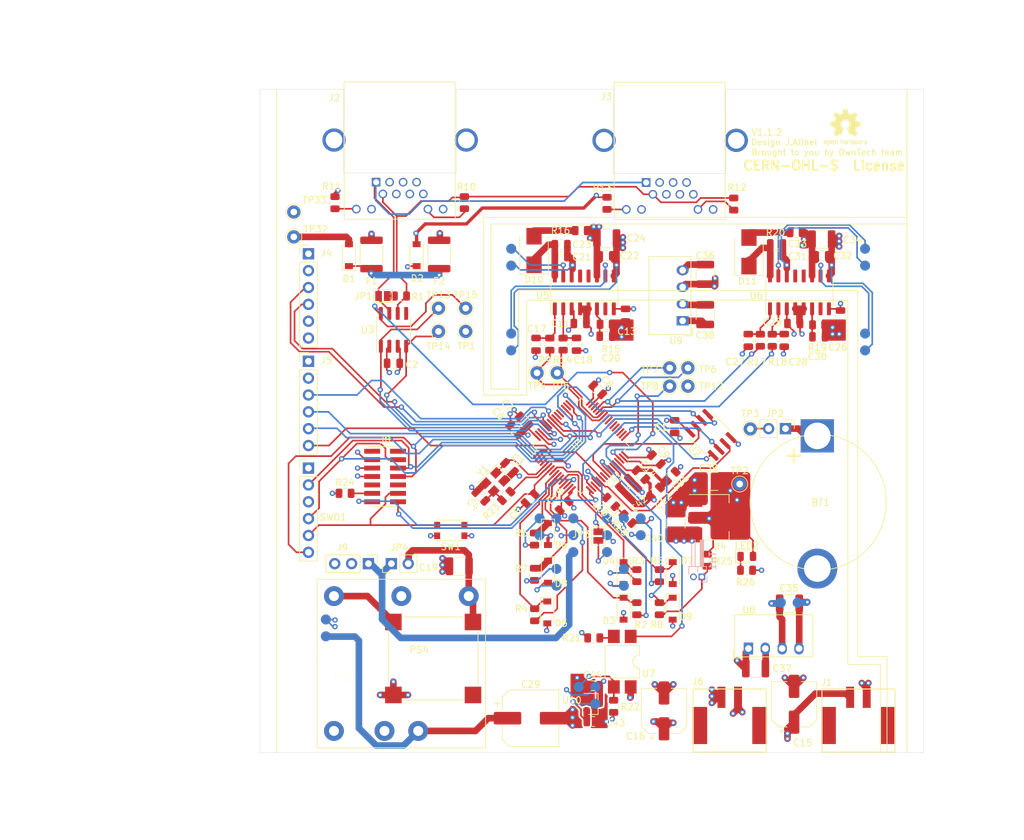
<source format=kicad_pcb>
(kicad_pcb (version 20211014) (generator pcbnew)
  (title_block (title "Digital Control Board Layout V1.1.2") (date "2021-09-23") (company "https://gitlab.laas.fr/owntech/1leg/-/tree/V1.1.2/") (comment 1 "Alinei") (comment 2 "Villa") (comment 3 "Villa") (comment 4 "GFE"))
  (layers (0 "F.Cu" signal) (1 "In1.Cu" signal) (2 "In2.Cu" signal) (31 "B.Cu" signal) (34 "B.Paste" user) (35 "F.Paste" user) (36 "B.SilkS" user "B.Silkscreen") (37 "F.SilkS" user "F.Silkscreen") (38 "B.Mask" user) (39 "F.Mask" user) (44 "Edge.Cuts" user))
  (net 0 "")
  (net 1 "+BATT")
  (net 2 "GNDD")
  (net 3 "/HRTIM1_CHB2")
  (net 4 "/HRTIM1_CHA1")
  (net 5 "/HRTIM1_CHA2")
  (net 6 "/HRTIM1_CHB1")
  (net 7 "/N_GND")
  (net 8 "/SPI3_MOSI")
  (net 9 "/CAN1_STB")
  (net 10 "/FDCAN1_RX")
  (net 11 "/USART1_TX")
  (net 12 "/Temp")
  (net 13 "/SPI3_MISO")
  (net 14 "/FDCAN1_TX")
  (net 15 "/SPI3_SCK")
  (net 16 "/EEPROM_HOLD")
  (net 17 "/EEPROM_WP")
  (net 18 "+3V3")
  (net 19 "/V_BUS_CAN")
  (net 20 "Net-(D1-Pad1)")
  (net 21 "/GND_CAN")
  (net 22 "Net-(J2-Pad8)")
  (net 23 "Net-(J2-Pad6)")
  (net 24 "/PWR_CAN1")
  (net 25 "/CAN_L")
  (net 26 "/CAN_H")
  (net 27 "Net-(J3-Pad8)")
  (net 28 "Net-(J3-Pad6)")
  (net 29 "/PWR_CAN2")
  (net 30 "Net-(JP1-Pad2)")
  (net 31 "/SPI3_CS")
  (net 32 "Net-(U3-Pad5)")
  (net 33 "Net-(BT1-Pad1)")
  (net 34 "/USART1_RX")
  (net 35 "/SPI3_CS2")
  (net 36 "Net-(J2-Pad11)")
  (net 37 "Net-(J2-Pad9)")
  (net 38 "Net-(J3-Pad11)")
  (net 39 "Net-(J3-Pad9)")
  (net 40 "Net-(C4-Pad1)")
  (net 41 "+3.3VA")
  (net 42 "/N")
  (net 43 "+5VD")
  (net 44 "+12V")
  (net 45 "GNDREF")
  (net 46 "/I1_low_mcu")
  (net 47 "/V1_low_mcu")
  (net 48 "/V2_low_mcu")
  (net 49 "/I_high_mcu")
  (net 50 "/V_high_mcu")
  (net 51 "/VI_high")
  (net 52 "/HRTIM_EEV1")
  (net 53 "/HRTIM1_FLT2")
  (net 54 "/HRTIM1_FLT1")
  (net 55 "Net-(U1-Pad4)")
  (net 56 "Net-(U1-Pad3)")
  (net 57 "Net-(U1-Pad2)")
  (net 58 "Net-(C17-Pad2)")
  (net 59 "Net-(C18-Pad1)")
  (net 60 "Net-(C20-Pad1)")
  (net 61 "/SW_Node1")
  (net 62 "Net-(C21-Pad1)")
  (net 63 "Net-(C27-Pad2)")
  (net 64 "Net-(C28-Pad1)")
  (net 65 "Net-(C30-Pad1)")
  (net 66 "/SW_Node2")
  (net 67 "Net-(C31-Pad1)")
  (net 68 "Net-(D10-Pad2)")
  (net 69 "Net-(D11-Pad2)")
  (net 70 "Net-(R21-Pad2)")
  (net 71 "/Neutral_GND_cmd")
  (net 72 "/PWM_H1")
  (net 73 "/PWM_L1")
  (net 74 "/PWM_H2")
  (net 75 "/PWM_L2")
  (net 76 "Net-(U5-Pad13)")
  (net 77 "Net-(U5-Pad12)")
  (net 78 "Net-(U5-Pad7)")
  (net 79 "Net-(U6-Pad13)")
  (net 80 "Net-(U6-Pad12)")
  (net 81 "Net-(U6-Pad7)")
  (net 82 "/I1_low_op")
  (net 83 "/V1_low_op")
  (net 84 "/I2_low_op")
  (net 85 "/V2_low_op")
  (net 86 "/I_high_op")
  (net 87 "/V_high_op")
  (net 88 "/HRTIM_EEV2")
  (net 89 "/HSE_IN")
  (net 90 "/HSE_OUT")
  (net 91 "/NRST")
  (net 92 "/STLINK_TX")
  (net 93 "/STLINK_RX")
  (net 94 "Net-(J8-Pad11)")
  (net 95 "Net-(J8-Pad10)")
  (net 96 "Net-(J8-Pad9)")
  (net 97 "/SWO")
  (net 98 "/SWCLK")
  (net 99 "/SWDIO")
  (net 100 "Net-(J8-Pad2)")
  (net 101 "Net-(J8-Pad1)")
  (net 102 "Net-(PS5-Pad4)")
  (net 103 "+5V")
  (net 104 "/I2_low_mcu")
  (net 105 "/Temp_mcu")
  (net 106 "Net-(U1-Pad26)")
  (net 107 "Net-(U1-Pad23)")
  (net 108 "/VREF1024")
  (net 109 "/DAC2")
  (net 110 "/VREF2048")
  (net 111 "Net-(U1-Pad41)")
  (net 112 "Net-(U1-Pad40)")
  (net 113 "Net-(U1-Pad39)")
  (net 114 "Net-(U1-Pad38)")
  (net 115 "Net-(U1-Pad37)")
  (net 116 "Net-(U1-Pad36)")
  (net 117 "Net-(U1-Pad35)")
  (net 118 "Net-(U1-Pad34)")
  (net 119 "/+12VD")
  (net 120 "/LED_BUILTIN")
  (net 121 "Net-(LED1-Pad1)")
  (net 122 "Net-(LED2-Pad1)")
  (net 123 "+5P")
  (net 124 "Net-(J9-Pad2)")
  (net 125 "/+5VJP")
  (net 126 "/DTR")
  (footprint "TestPoint:TestPoint_THTPad_D2.0mm_Drill1.0mm" (layer "F.Cu") (at 119.504 114.7502)
    (fp_text reference "TP12")
    (fp_text value "TestPoint")
  )
  (footprint "TestPoint:TestPoint_THTPad_D2.0mm_Drill1.0mm" (layer "F.Cu") (at 81.904 103.0002)
    (fp_text reference "TP13")
    (fp_text value "TestPoint")
  )
  (footprint "TestPoint:TestPoint_THTPad_D2.0mm_Drill1.0mm" (layer "F.Cu") (at 81.904 106.5002)
    (fp_text reference "TP14")
    (fp_text value "TestPoint")
  )
  (footprint "TestPoint:TestPoint_THTPad_D2.0mm_Drill1.0mm" (layer "F.Cu") (at 86.004 103.0002)
    (fp_text reference "TP15")
    (fp_text value "TestPoint")
  )
  (footprint "TestPoint:TestPoint_THTPad_D2.0mm_Drill1.0mm" (layer "F.Cu") (at 60.094 92.2502)
    (fp_text reference "TP32")
    (fp_text value "TestPoint")
  )
  (footprint "Capacitor_SMD:C_0805_2012Metric" (layer "F.Cu") (at 111.204 130.7002 -135)
    (fp_text reference "C42")
    (fp_text value "100nF")
  )
  (footprint "Footprints:CR2032" (layer "F.Cu") (at 139.009 132.2492 90)
    (fp_text reference "BT1")
    (fp_text value "Battery_Cell")
  )
  (footprint "Capacitor_SMD:CP_Elec_8x11.9" (layer "F.Cu") (at 95.779 164.8002)
    (fp_text reference "C29")
    (fp_text value "10uF")
  )
  (footprint "Capacitor_SMD:C_1210_3225Metric" (layer "F.Cu") (at 134.804 147.5002 180)
    (fp_text reference "C35")
    (fp_text value "10uF")
  )
  (footprint "Capacitor_SMD:C_1210_3225Metric" (layer "F.Cu") (at 122.104 97.9002 -90)
    (fp_text reference "C36")
    (fp_text value "10uF")
  )
  (footprint "Capacitor_SMD:C_1210_3225Metric" (layer "F.Cu") (at 129.704 157.3002 180)
    (fp_text reference "C37")
    (fp_text value "10uF")
  )
  (footprint "Capacitor_SMD:C_1210_3225Metric" (layer "F.Cu") (at 122.104 103.9752 -90)
    (fp_text reference "C38")
    (fp_text value "10uF")
  )
  (footprint "Capacitor_SMD:C_1210_3225Metric" (layer "F.Cu") (at 123.329 129.1002 180)
    (fp_text reference "C39")
    (fp_text value "10uF")
  )
  (footprint "Capacitor_SMD:C_1210_3225Metric" (layer "F.Cu") (at 117.704 135.4252 90)
    (fp_text reference "C40")
    (fp_text value "10uF")
  )
  (footprint "Jumper:SolderJumper-2_P1.3mm_Open_Pad1.0x1.5mm" (layer "F.Cu") (at 106.004 137.3502 -90)
    (fp_text reference "JP3")
    (fp_text value "SolderJumper_2_Open")
  )
  (footprint "Resistor_SMD:R_0805_2012Metric" (layer "F.Cu") (at 110.449235 134.745435 -45)
    (fp_text reference "R28")
    (fp_text value "330")
  )
  (footprint "Resistor_SMD:R_0805_2012Metric" (layer "F.Cu") (at 92.104 131.3002 45)
    (fp_text reference "R23")
    (fp_text value "220")
  )
  (footprint "Footprints:SOIC-16_3.9x9.9mm_P1.27mm" (layer "F.Cu") (at 103.884 100.6202 90)
    (fp_text reference "U5")
    (fp_text value "UCC21222DR")
  )
  (footprint "Footprints:SOIC-8_3.9x4.9mm_P1.27mm" (layer "F.Cu") (at 122.904 122.1002 135)
    (fp_text reference "U2")
    (fp_text value "AT25xxx")
  )
  (footprint "Footprints:PQDE6W-Q110-S5-D" (layer "F.Cu") (at 76.304 156.5602 90)
    (fp_text reference "PS4")
    (fp_text value "PQDE6W-Q110-S5-D")
  )
  (footprint "Footprints:ethernet_RJE721881411" (layer "F.Cu") (at 72.504 84.0002)
    (fp_text reference "J2")
    (fp_text value "RJ45_LED_Shielded")
  )
  (footprint "LED_SMD:LED_0805_2012Metric" (layer "F.Cu") (at 107.904 132.2002 135)
    (fp_text reference "LED1")
    (fp_text value "LED")
  )
  (footprint "TestPoint:TestPoint_THTPad_D2.0mm_Drill1.0mm" (layer "F.Cu") (at 128.904 121.2002)
    (fp_text reference "TP3")
    (fp_text value "TestPoint")
  )
  (footprint "TestPoint:TestPoint_THTPad_D2.0mm_Drill1.0mm" (layer "F.Cu") (at 96.754 112.7502)
    (fp_text reference "TP4")
    (fp_text value "TestPoint")
  )
  (footprint "TestPoint:TestPoint_THTPad_D2.0mm_Drill1.0mm" (layer "F.Cu") (at 99.804 112.7502)
    (fp_text reference "TP5")
    (fp_text value "TestPoint")
  )
  (footprint "Connector_PinHeader_2.54mm:PinHeader_1x06_P2.54mm_Vertical" (layer "F.Cu") (at 62.304 111.0002)
    (fp_text reference "J5")
    (fp_text value "Conn_01x06_Male")
  )
  (footprint "Symbol:OSHW-Logo2_7.3x6mm_SilkScreen" (layer "F.Cu") (at 143.254 75.7502)
    (fp_text reference "REF**" hide)
    (fp_text value "OSHW-Logo2_7.3x6mm_SilkScreen" hide)
  )
  (footprint "Capacitor_SMD:C_0805_2012Metric" (layer "F.Cu") (at 117.504 120.8502 -90)
    (fp_text reference "C1")
    (fp_text value "100nF")
  )
  (footprint "Capacitor_SMD:C_0805_2012Metric" (layer "F.Cu") (at 75.104 111.3002 180)
    (fp_text reference "C2")
    (fp_text value "100nF")
  )
  (footprint "Resistor_SMD:R_0805_2012Metric" (layer "F.Cu") (at 76.174 101.1602)
    (fp_text reference "R1")
    (fp_text value "120")
  )
  (footprint "Connector_PinHeader_2.54mm:PinHeader_1x02_P2.54mm_Vertical" (layer "F.Cu") (at 134.209 121.1492 -90)
    (fp_text reference "JP2")
    (fp_text value "Jumper")
  )
  (footprint "Diode_SMD:D_SOD-123" (layer "F.Cu") (at 68.404 95.0002 90)
    (fp_text reference "D1")
    (fp_text value "RBR2MM60ATFTR")
  )
  (footprint "Diode_SMD:D_SOD-123" (layer "F.Cu") (at 78.604 95.0002 90)
    (fp_text reference "D2")
    (fp_text value "RBR2MM60ATFTR")
  )
  (footprint "Resistor_SMD:R_0805_2012Metric" (layer "F.Cu") (at 85.804 87.0877 -90)
    (fp_text reference "R10")
    (fp_text value "330")
  )
  (footprint "Resistor_SMD:R_0805_2012Metric" (layer "F.Cu") (at 66.304 87.1002 -90)
    (fp_text reference "R11")
    (fp_text value "3000")
  )
  (footprint "Resistor_SMD:R_0805_2012Metric" (layer "F.Cu") (at 126.404 87.3002 -90)
    (fp_text reference "R12")
    (fp_text value "330")
  )
  (footprint "Jumper:SolderJumper-2_P1.3mm_Open_Pad1.0x1.5mm" (layer "F.Cu") (at 73.524 101.1602)
    (fp_text reference "JP1")
    (fp_text value "Jumper")
  )
  (footprint "Fuse:Fuse_1812_4532Metric" (layer "F.Cu") (at 71.804 94.9002 90)
    (fp_text reference "F1")
    (fp_text value "0ZCJ0050AF2E")
  )
  (footprint "Fuse:Fuse_1812_4532Metric" (layer "F.Cu") (at 82.004 94.9002 -90)
    (fp_text reference "F2")
    (fp_text value "0ZCJ0050AF2E")
  )
  (footprint "Capacitor_SMD:C_0805_2012Metric" (layer "F.Cu") (at 92.604 127.0002 -45)
    (fp_text reference "C3")
    (fp_text value "12pF")
  )
  (footprint "Capacitor_SMD:C_0805_2012Metric" (layer "F.Cu") (at 88.275751 131.371951 135)
    (fp_text reference "C4")
    (fp_text value "12pF")
  )
  (footprint "Capacitor_SMD:C_0805_2012Metric" (layer "F.Cu") (at 95.704 131.7002 -135)
    (fp_text reference "C5")
    (fp_text value "100nF")
  )
  (footprint "Capacitor_SMD:C_0805_2012Metric" (layer "F.Cu") (at 93.404 121.3002 135)
    (fp_text reference "C6")
    (fp_text value "4,7uF")
  )
  (footprint "Capacitor_SMD:C_0805_2012Metric" (layer "F.Cu") (at 94.802249 119.978449 135)
    (fp_text reference "C7")
    (fp_text value "100nF")
  )
  (footprint "Capacitor_SMD:C_0805_2012Metric" (layer "F.Cu") (at 105.904 115.3002 -45)
    (fp_text reference "C8")
    (fp_text value "100nF")
  )
  (footprint "Capacitor_SMD:C_0805_2012Metric" (layer "F.Cu") (at 114.732249 125.828449 -45)
    (fp_text reference "C9")
    (fp_text value "100nF")
  )
  (footprint "Capacitor_SMD:C_0805_2012Metric" (layer "F.Cu") (at 100.832249 132.771951 -135)
    (fp_text reference "C10")
    (fp_text value "100nF")
  )
  (footprint "Capacitor_SMD:C_0805_2012Metric" (layer "F.Cu") (at 114.604 130.7002 -135)
    (fp_text reference "C12")
    (fp_text value "1µF")
  )
  (footprint "Resistor_SMD:R_0805_2012Metric" (layer "F.Cu") (at 111.804 143.3127 -90)
    (fp_text reference "R3")
    (fp_text value "100")
  )
  (footprint "Resistor_SMD:R_0805_2012Metric" (layer "F.Cu") (at 115.204 143.3127 -90)
    (fp_text reference "R5")
    (fp_text value "100")
  )
  (footprint "Resistor_SMD:R_0805_2012Metric" (layer "F.Cu") (at 96.374 143.1127 -90)
    (fp_text reference "R7")
    (fp_text value "100")
  )
  (footprint "Package_TO_SOT_SMD:SOT-223-3_TabPin2" (layer "F.Cu") (at 123.804 134.5002)
    (fp_text reference "U4")
    (fp_text value "AP1117-33")
  )
  (footprint "Diode_SMD:D_SOD-123" (layer "F.Cu") (at 109.804 148.3002 -90)
    (fp_text reference "D3")
    (fp_text value "3.3V")
  )
  (footprint "Diode_SMD:D_SOD-123" (layer "F.Cu") (at 109.804 142.9302 -90)
    (fp_text reference "D4")
    (fp_text value "3.3V")
  )
  (footprint "Diode_SMD:D_SOD-123" (layer "F.Cu") (at 98.304 148.8502 -90)
    (fp_text reference "D5")
    (fp_text value "3.3V")
  )
  (footprint "Diode_SMD:D_SOD-123" (layer "F.Cu") (at 98.404 137.0502 -90)
    (fp_text reference "D6")
    (fp_text value "3.3V")
  )
  (footprint "Diode_SMD:D_SOD-123" (layer "F.Cu") (at 117.214 142.9302 -90)
    (fp_text reference "D7")
    (fp_text value "3.3V")
  )
  (footprint "Diode_SMD:D_SOD-123" (layer "F.Cu") (at 98.414 142.7302 -90)
    (fp_text reference "D8")
    (fp_text value "3.3V")
  )
  (footprint "Diode_SMD:D_SOD-123" (layer "F.Cu") (at 117.204 148.3002 -90)
    (fp_text reference "D9")
    (fp_text value "3.3V")
  )
  (footprint "Resistor_SMD:R_0805_2012Metric" (layer "F.Cu") (at 117.004 128.3002 45)
    (fp_text reference "FB1")
    (fp_text value "100Ohm @ 100MHz")
  )
  (footprint "Resistor_SMD:R_0805_2012Metric" (layer "F.Cu") (at 111.804 148.3002 -90)
    (fp_text reference "R2")
    (fp_text value "100")
  )
  (footprint "Resistor_SMD:R_0805_2012Metric" (layer "F.Cu") (at 96.404 149.2127 -90)
    (fp_text reference "R4")
    (fp_text value "100")
  )
  (footprint "Resistor_SMD:R_0805_2012Metric" (layer "F.Cu") (at 96.374 137.8002 -90)
    (fp_text reference "R6")
    (fp_text value "100")
  )
  (footprint "Resistor_SMD:R_0805_2012Metric" (layer "F.Cu") (at 115.204 148.3002 -90)
    (fp_text reference "R8")
    (fp_text value "100")
  )
  (footprint "Capacitor_SMD:C_0805_2012Metric" (layer "F.Cu") (at 103.254 105.3002)
    (fp_text reference "C11")
    (fp_text value "100nF")
  )
  (footprint "Capacitor_SMD:C_0805_2012Metric" (layer "F.Cu") (at 110.104 104.0502 -90)
    (fp_text reference "C13")
    (fp_text value "100nF")
  )
  (footprint "Capacitor_SMD:C_0805_2012Metric" (layer "F.Cu") (at 96.604 108.4402 90)
    (fp_text reference "C17")
    (fp_text value "33pF")
  )
  (footprint "Capacitor_SMD:C_0805_2012Metric" (layer "F.Cu") (at 102.704 108.4402 -90)
    (fp_text reference "C18")
    (fp_text value "33pF")
  )
  (footprint "Capacitor_SMD:C_0805_2012Metric" (layer "F.Cu") (at 107.154 107.2202)
    (fp_text reference "C20")
    (fp_text value "100nF")
  )
  (footprint "Capacitor_SMD:C_0805_2012Metric" (layer "F.Cu") (at 100.384 95.2202)
    (fp_text reference "C21")
    (fp_text value "100nF")
  )
  (footprint "Capacitor_SMD:C_0805_2012Metric" (layer "F.Cu") (at 107.154 95.1002)
    (fp_text reference "C22")
    (fp_text value "100nF")
  )
  (footprint "Capacitor_SMD:C_0805_2012Metric" (layer "F.Cu") (at 100.384 93.4202)
    (fp_text reference "C23")
    (fp_text value "1uF")
  )
  (footprint "Capacitor_SMD:C_1210_3225Metric" (layer "F.Cu") (at 107.259 92.4502)
    (fp_text reference "C24")
    (fp_text value "10uF")
  )
  (footprint "Capacitor_SMD:C_0805_2012Metric" (layer "F.Cu") (at 135.454 105.3002)
    (fp_text reference "C25")
    (fp_text value "100nF")
  )
  (footprint "Capacitor_SMD:C_0805_2012Metric" (layer "F.Cu") (at 142.504 104.3002 -90)
    (fp_text reference "C26")
    (fp_text value "100nF")
  )
  (footprint "Capacitor_SMD:C_0805_2012Metric" (layer "F.Cu") (at 128.604 107.8502 90)
    (fp_text reference "C27")
    (fp_text value "33pF")
  )
  (footprint "Capacitor_SMD:C_0805_2012Metric" (layer "F.Cu") (at 134.014 107.8502 -90)
    (fp_text reference "C28")
    (fp_text value "33pF")
  )
  (footprint "Capacitor_SMD:C_0805_2012Metric" (layer "F.Cu") (at 139.2215 107.3102)
    (fp_text reference "C30")
    (fp_text value "100nF")
  )
  (footprint "Capacitor_SMD:C_0805_2012Metric" (layer "F.Cu") (at 132.864 95.1102)
    (fp_text reference "C31")
    (fp_text value "100nF")
  )
  (footprint "Capacitor_SMD:C_0805_2012Metric" (layer "F.Cu") (at 139.704 95.1002)
    (fp_text reference "C32")
    (fp_text value "100nF")
  )
  (footprint "Capacitor_SMD:C_0805_2012Metric" (layer "F.Cu") (at 132.864 93.3102)
    (fp_text reference "C33")
    (fp_text value "1uF")
  )
  (footprint "Capacitor_SMD:C_1210_3225Metric" (layer "F.Cu") (at 139.689 92.6002)
    (fp_text reference "C34")
    (fp_text value "10uF")
  )
  (footprint "Diode_SMD:D_SMB" (layer "F.Cu") (at 96.304 94.3002 90)
    (fp_text reference "D10")
    (fp_text value "STTH4R02U")
  )
  (footprint "Diode_SMD:D_SMB" (layer "F.Cu") (at 128.704 94.5002 90)
    (fp_text reference "D11")
    (fp_text value "STTH4R02U")
  )
  (footprint "Resistor_SMD:R_0805_2012Metric" (layer "F.Cu") (at 98.684 108.4202 90)
    (fp_text reference "R9")
    (fp_text value "51")
  )
  (footprint "Resistor_SMD:R_0805_2012Metric" (layer "F.Cu") (at 100.684 108.4202 90)
    (fp_text reference "R14")
    (fp_text value "51")
  )
  (footprint "Resistor_SMD:R_0805_2012Metric" (layer "F.Cu") (at 107.1715 105.4202 180)
    (fp_text reference "R15")
    (fp_text value "20k")
  )
  (footprint "Resistor_SMD:R_0805_2012Metric" (layer "F.Cu") (at 103.4165 91.3002)
    (fp_text reference "R16")
    (fp_text value "2.2")
  )
  (footprint "Resistor_SMD:R_0805_2012Metric" (layer "F.Cu") (at 132.214 107.8302 90)
    (fp_text reference "R18")
    (fp_text value "51")
  )
  (footprint "Resistor_SMD:R_0805_2012Metric" (layer "F.Cu") (at 139.2015 105.5102 180)
    (fp_text reference "R19")
    (fp_text value "20k")
  )
  (footprint "Resistor_SMD:R_0805_2012Metric" (layer "F.Cu") (at 135.8165 91.6002)
    (fp_text reference "R20")
    (fp_text value "2.2")
  )
  (footprint "Resistor_SMD:R_0805_2012Metric" (layer "F.Cu") (at 105.304 152.7002)
    (fp_text reference "R21")
    (fp_text value "51")
  )
  (footprint "Resistor_SMD:R_0805_2012Metric" (layer "F.Cu") (at 108.304 163.0127 90)
    (fp_text reference "R22")
    (fp_text value "1k")
  )
  (footprint "Package_DIP:SMDIP-4_W7.62mm" (layer "F.Cu") (at 109.604 156.2802 -90)
    (fp_text reference "U7")
    (fp_text value "SFH617A-2X009T")
  )
  (footprint "Crystal:Crystal_SMD_3225-4Pin_3.2x2.5mm" (layer "F.Cu") (at 90.404 129.2002 -135)
    (fp_text reference "Y1")
    (fp_text value "ECS-240-10-33-AGM-TR   - 24MHz")
  )
  (footprint "Resistor_SMD:R_0805_2012Metric" (layer "F.Cu") (at 130.414 107.8302 90)
    (fp_text reference "R17")
    (fp_text value "51")
  )
  (footprint "Connector_PinHeader_1.27mm:PinHeader_2x07_P1.27mm_Vertical_SMD" (layer "F.Cu") (at 73.854 128.3702)
    (fp_text reference "J8")
    (fp_text value "Conn_02x07_Odd_Even")
  )
  (footprint "Resistor_SMD:R_0805_2012Metric" (layer "F.Cu") (at 67.8165 130.9002)
    (fp_text reference "R24")
    (fp_text value "100")
  )
  (footprint "Connector_PinHeader_2.54mm:PinHeader_1x06_P2.54mm_Vertical" (layer "F.Cu") (at 62.304 127.1002)
    (fp_text reference "SWD1")
    (fp_text value "Conn_01x06_Female")
  )
  (footprint "Resistor_SMD:R_0805_2012Metric" (layer "F.Cu") (at 107.304 87.1877 -90)
    (fp_text reference "R13")
    (fp_text value "3000")
  )
  (footprint "Capacitor_SMD:CP_Elec_6.3x7.7" (layer "F.Cu") (at 135.504 162.7002 90)
    (fp_text reference "C15")
    (fp_text value "47uF")
  )
  (footprint "Capacitor_SMD:CP_Elec_6.3x7.7" (layer "F.Cu") (at 115.904 163.7002 90)
    (fp_text reference "C16")
    (fp_text value "47uF")
  )
  (footprint "Button_Switch_SMD:SW_Push_1P1T_NO_CK_KMR2" (layer "F.Cu") (at 83.754 136.5002 180)
    (fp_text reference "SW1")
    (fp_text value "SW_Push")
  )
  (footprint "Resistor_SMD:R_0805_2012Metric" (layer "F.Cu") (at 122.404 140.9877 90)
    (fp_text reference "R25")
    (fp_text value "20k")
  )
  (footprint "Capacitor_SMD:C_1210_3225Metric" (layer "F.Cu") (at 85.029 141.9002 180)
    (fp_text reference "C19")
    (fp_text value "10uF")
  )
  (footprint "Capacitor_SMD:C_0805_2012Metric" (layer "F.Cu") (at 112.404 128.1002 -45)
    (fp_text reference "C14")
    (fp_text value "10nF")
  )
  (footprint "Footprints:PTSM-0,5-2-HH0-SMD" (layer "F.Cu") (at 125.804 165.9002)
    (fp_text reference "J6")
    (fp_text value "Conn_01x02")
  )
  (footprint "Footprints:PTSM-0,5-2-HH0-SMD" (layer "F.Cu") (at 145.204 165.9002)
    (fp_text reference "J1")
    (fp_text value "Conn_01x02")
  )
  (footprint "Footprints:SOIC-8_3.9x4.9mm_P1.27mm" (layer "F.Cu") (at 75.124 106.2602 90)
    (fp_text reference "U3")
    (fp_text value "TCAN334GDR")
  )
  (footprint "Package_QFP:LQFP-64_10x10mm_P0.5mm" (layer "F.Cu") (at 103.364 123.7602 45)
    (fp_text reference "U1")
    (fp_text value "STM32G474RE")
  )
  (footprint "TestPoint:TestPoint_THTPad_D2.0mm_Drill1.0mm" (layer "F.Cu") (at 86.004 106.5002)
    (fp_text reference "TP1")
    (fp_text value "TestPoint")
  )
  (footprint "TestPoint:TestPoint_THTPad_D2.0mm_Drill1.0mm" (layer "F.Cu") (at 127.304 129.5002 180)
    (fp_text reference "TP2")
    (fp_text value "TestPoint")
  )
  (footprint "TestPoint:TestPoint_THTPad_D2.0mm_Drill1.0mm" (layer "F.Cu") (at 119.504 112.0002 180)
    (fp_text reference "TP6")
    (fp_text value "TestPoint")
  )
  (footprint "TestPoint:TestPoint_THTPad_D2.0mm_Drill1.0mm" (layer "F.Cu") (at 116.754 112.0002 180)
    (fp_text reference "TP7")
    (fp_text value "TestPoint")
  )
  (footprint "TestPoint:TestPoint_THTPad_D2.0mm_Drill1.0mm" (layer "F.Cu") (at 116.754 114.7502)
    (fp_text reference "TP8")
    (fp_text value "TestPoint")
  )
  (footprint "Converter_DCDC:Converter_DCDC_muRata_CRE1xxxxxx3C_THT" (layer "F.Cu") (at 128.624 154.3002 90)
    (fp_text reference "U8")
    (fp_text value "RFM-0505s")
  )
  (footprint "Resistor_SMD:R_0805_2012Metric" (layer "F.Cu") (at 128.334 142.5002)
    (fp_text reference "R26")
    (fp_text value "330")
  )
  (footprint "TestPoint:TestPoint_THTPad_D2.0mm_Drill1.0mm" (layer "F.Cu") (at 60.094 88.5002)
    (fp_text reference "TP33")
    (fp_text value "TestPoint")
  )
  (footprint "Converter_DCDC:Converter_DCDC_muRata_CRE1xxxxxx3C_THT" (layer "F.Cu") (at 118.704 104.9002 180)
    (fp_text reference "U9")
    (fp_text value "CME0512S3C")
  )
  (footprint "Capacitor_SMD:C_0805_2012Metric" (layer "F.Cu") (at 109.932249 129.371951 -135)
    (fp_text reference "C41")
    (fp_text value "1µF")
  )
  (footprint "LED_SMD:LED_0805_2012Metric" (layer "F.Cu") (at 128.374 140.4152)
    (fp_text reference "LED2")
    (fp_text value "PWR")
  )
  (footprint "Footprints:CONV_VXO78012-500-M" (layer "F.Cu") (at 81.104 155.8002 90)
    (fp_text reference "PS5")
    (fp_text value "VXO78xxx")
  )
  (footprint "Footprints:SOIC-16_3.9x9.9mm_P1.27mm" (layer "F.Cu") (at 136.314 100.6102 90)
    (fp_text reference "U6")
    (fp_text value "UCC21222DR")
  )
  (footprint "Footprints:ethernet_RJE721881411" (layer "F.Cu") (at 113.204 84.0502)
    (fp_text reference "J3")
    (fp_text value "RJ45_LED_Shielded")
  )
  (footprint "Connector_PinHeader_2.54mm:PinHeader_1x02_P2.54mm_Vertical" (layer "F.Cu") (at 74.804 141.5002 90)
    (fp_text reference "JP4")
    (fp_text value "Jumper")
  )
  (footprint "Connector_PinHeader_2.54mm:PinHeader_1x06_P2.54mm_Vertical" (layer "F.Cu") (at 62.304 94.8002)
    (fp_text reference "J4")
    (fp_text value "Conn_01x06_Male")
  )
  (footprint "Footprints:3D_Footprint_Power" (layer "F.Cu") (at 55.004 70.0002)
    (fp_text reference "J7" hide)
    (fp_text value "Power")
  )
  (footprint "Connector_PinHeader_2.54mm:PinHeader_1x03_P2.54mm_Vertical" (layer "F.Cu") (at 71.344 141.5002 -90)
    (fp_text reference "J9")
    (fp_text value "Conn_01x03")
  )
  (footprint "Package_TO_SOT_SMD:SOT-23" (layer "F.Cu") (at 105.204 162.6502)
    (fp_text reference "U10")
    (fp_text value "MCP1799T-5002H/TT")
  )
  (footprint "Capacitor_SMD:C_0805_2012Metric" (layer "F.Cu") (at 105.204 159.9002 180)
    (fp_text reference "C44")
    (fp_text value "1µF")
  )
  (footprint "Capacitor_SMD:C_0805_2012Metric" (layer "F.Cu") (at 105.204 165.3002)
    (fp_text reference "C43")
    (fp_text value "1µF")
  )
  (footprint "Connector_PinHeader_1.27mm:PinHeader_1x02_P1.27mm_Horizontal" (layer "B.Cu") (at 121.604 143.5002 90)
    (fp_text reference "TH1")
    (fp_text value "NXFT15XH103FA2B100 ")
  )
  (gr_line (start 152.504 170.0002) (end 152.504 70.0002) (layer "F.SilkS") (width 0.12))
  (gr_line (start 57.504 170.0002) (end 57.504 70.0002) (layer "F.SilkS") (width 0.12))
  (gr_line (start 95.204 101.8002) (end 143.604 101.8002) (layer "F.SilkS") (width 0.12))
  (gr_line (start 143.604 101.8002) (end 143.604 156.7002) (layer "F.SilkS") (width 0.12))
  (gr_line (start 94.104 100.3002) (end 145.104 100.3002) (layer "F.SilkS") (width 0.12))
  (gr_line (start 95.204 101.8002) (end 95.204 116.1002) (layer "F.SilkS") (width 0.12))
  (gr_line (start 94.004 100.3002) (end 94.004 115.2002) (layer "F.SilkS") (width 0.12))
  (gr_line (start 145.104 100.3002) (end 145.104 155.5002) (layer "F.SilkS") (width 0.12))
  (gr_line (start 88.704 116.1002) (end 95.204 116.1002) (layer "F.SilkS") (width 0.12))
  (gr_line (start 89.804 115.2002) (end 94.004 115.2002) (layer "F.SilkS") (width 0.12))
  (gr_line (start 89.804 90.3002) (end 89.804 115.2002) (layer "F.SilkS") (width 0.12))
  (gr_line (start 88.704 89.3002) (end 88.704 116.1002) (layer "F.SilkS") (width 0.12))
  (gr_line (start 88.704 89.3002) (end 152.504 89.3002) (layer "F.SilkS") (width 0.12))
  (gr_line (start 89.804 90.3002) (end 152.504 90.3002) (layer "F.SilkS") (width 0.12))
  (gr_line (start 145.104 155.5002) (end 149.504 155.5002) (layer "F.SilkS") (width 0.12))
  (gr_line (start 143.704 156.7002) (end 148.504 156.7002) (layer "F.SilkS") (width 0.12))
  (gr_line (start 148.504 156.7002) (end 148.504 169.9002) (layer "F.SilkS") (width 0.12))
  (gr_line (start 149.504 155.5002) (end 149.504 169.9002) (layer "F.SilkS") (width 0.12))
  (gr_line (start 55.004 70.0002) (end 55.004 170.0002) (layer "Edge.Cuts") (width 0.05))
  (gr_line (start 155.004 170.0002) (end 155.004 70.0002) (layer "Edge.Cuts") (width 0.05))
  (gr_line (start 55.004 170.0002) (end 155.004 170.0002) (layer "Edge.Cuts") (width 0.05))
  (gr_line (start 55.004 70.0002) (end 67.604 70.0002) (layer "Edge.Cuts") (width 0.05))
  (gr_line (start 67.604 70.0002) (end 67.604 82.6002) (layer "Edge.Cuts") (width 0.05))
  (gr_line (start 67.604 82.6002) (end 84.604 82.6002) (layer "Edge.Cuts") (width 0.05))
  (gr_line (start 84.604 82.6002) (end 84.604 70.0002) (layer "Edge.Cuts") (width 0.05))
  (gr_line (start 108.304 70.0002) (end 108.304 82.7002) (layer "Edge.Cuts") (width 0.05))
  (gr_line (start 108.304 82.7002) (end 125.204 82.7002) (layer "Edge.Cuts") (width 0.05))
  (gr_line (start 125.204 82.7002) (end 125.204 70.0002) (layer "Edge.Cuts") (width 0.05))
  (gr_line (start 125.204 70.0002) (end 155.004 70.0002) (layer "Edge.Cuts") (width 0.05))
  (gr_line (start 84.604 70.0002) (end 108.304 70.0002) (layer "Edge.Cuts") (width 0.05))
  (gr_text "Brought to you by OwnTech team" (at 140.504 79.5002) (layer "F.SilkS") (effects (font (size 0.9 0.9))))
  (gr_text "CERN-OHL-S  License\n" (at 140.004 81.5002) (layer "F.SilkS") (effects (font (size 1.4 1.4) (thickness 0.3))))
  (gr_text "Design J.Alinei\n" (at 134.004 78.0002) (layer "F.SilkS") (effects (font (size 0.9 0.9))))
  (gr_text "V1.1.2\n" (at 131.404 76.5002) (layer "F.SilkS") (effects (font (size 1 1))))
  (segment (start 96.699519 125.121381) (end 97.320699 124.500201) (width 0.25) (layer "F.Cu") (net 1))
  (segment (start 97.320699 124.500201) (end 98.121765 124.500201) (width 0.25) (layer "F.Cu") (net 1))
  (segment (start 98.121765 124.500201) (end 99.521764 125.9002) (width 0.25) (layer "F.Cu") (net 1))
  (segment (start 99.521764 125.9002) (end 100.604 125.9002) (width 0.25) (layer "F.Cu") (net 1))
  (segment (start 100.604 125.9002) (end 101.473875 126.770075) (width 0.25) (layer "F.Cu") (net 1))
  (segment (start 101.473875 126.770075) (end 101.473875 126.77519) (width 0.25) (layer "F.Cu") (net 1))
  (segment (start 131.669 121.1492) (end 128.955 121.1492) (width 0.25) (layer "F.Cu") (net 1))
  (segment (start 128.955 121.1492) (end 128.904 121.2002) (width 0.25) (layer "F.Cu") (net 1))
  (via (at 101.473875 126.77519) (size 0.8) (drill 0.4) (layers "F.Cu" "B.Cu") (net 1))
  (segment (start 75.104 150.3002) (end 71.204 146.4002) (width 1) (layer "F.Cu") (net 2))
  (segment (start 82.704 141.9002) (end 82.504 141.7002) (width 1) (layer "F.Cu") (net 2))
  (segment (start 83.554 141.9002) (end 83.304 141.9002) (width 1) (layer "F.Cu") (net 2))
  (segment (start 83.304 141.9002) (end 82.504 142.7002) (width 1) (layer "F.Cu") (net 2))
  (segment (start 83.554 141.9002) (end 83.554 141.7502) (width 1) (layer "F.Cu") (net 2))
  (segment (start 98.304 151.50019) (end 98.204 151.60019) (width 0.25) (layer "F.Cu") (net 2))
  (segment (start 98.304 150.5002) (end 98.304 151.50019) (width 0.25) (layer "F.Cu") (net 2))
  (segment (start 109.804 149.9502) (end 109.804 148.9002) (width 0.25) (layer "F.Cu") (net 2))
  (segment (start 109.804 144.5802) (end 109.484 144.9002) (width 0.25) (layer "F.Cu") (net 2))
  (segment (start 109.484 144.9002) (end 108.203996 144.9002) (width 0.25) (layer "F.Cu") (net 2))
  (segment (start 108.203996 144.9002) (end 107.803996 144.5002) (width 0.25) (layer "F.Cu") (net 2))
  (segment (start 117.214 143.310206) (end 117.204 143.300206) (width 0.25) (layer "F.Cu") (net 2))
  (segment (start 117.214 144.5802) (end 117.214 143.310206) (width 0.25) (layer "F.Cu") (net 2))
  (segment (start 98.404001 137.700199) (end 98.804 137.3002) (width 0.5) (layer "F.Cu") (net 2))
  (segment (start 98.404 138.7002) (end 98.404001 137.700199) (width 0.5) (layer "F.Cu") (net 2))
  (segment (start 98.414 144.3802) (end 97.824 144.3802) (width 0.25) (layer "F.Cu") (net 2))
  (segment (start 97.824 144.3802) (end 96.754 145.4502) (width 0.25) (layer "F.Cu") (net 2))
  (segment (start 117.204 149.8002) (end 117.204 150.9002) (width 0.25) (layer "F.Cu") (net 2))
  (segment (start 111.09447 135.39067) (end 113.31353 135.39067) (width 0.25) (layer "F.Cu") (net 2))
  (segment (start 113.31353 135.39067) (end 114.004 134.7002) (width 0.25) (layer "F.Cu") (net 2))
  (segment (start 100.416338 131.304056) (end 100.416338 133.800794) (width 0.25) (layer "F.Cu") (net 2))
  (segment (start 101.649266 130.071128) (end 100.416338 131.304056) (width 0.25) (layer "F.Cu") (net 2))
  (segment (start 100.416338 133.800794) (end 100.915998 134.300454) (width 0.25) (layer "F.Cu") (net 2))
  (segment (start 98.404 138.7002) (end 98.254 138.7002) (width 0.25) (layer "F.Cu") (net 2))
  (segment (start 129.2465 142.5002) (end 130.604 142.5002) (width 0.25) (layer "F.Cu") (net 2))
  (segment (start 120.404 143.5702) (end 120.334 143.5002) (width 0.25) (layer "F.Cu") (net 2))
  (segment (start 115.404 126.5002) (end 116.004 125.9002) (width 0.25) (layer "F.Cu") (net 2))
  (segment (start 116.004 125.9002) (end 116.604 125.9002) (width 0.25) (layer "F.Cu") (net 2))
  (segment (start 113.075751 128.771951) (end 113.804 129.5002) (width 0.5) (layer "F.Cu") (net 2))
  (segment (start 113.804 129.5002) (end 113.804 130.7002) (width 0.5) (layer "F.Cu") (net 2))
  (segment (start 113.804 130.7002) (end 113.532249 130.971951) (width 0.5) (layer "F.Cu") (net 2))
  (segment (start 113.532249 130.971951) (end 113.532249 131.028449) (width 0.5) (layer "F.Cu") (net 2))
  (segment (start 113.532249 131.028449) (end 114.404 131.9002) (width 0.5) (layer "F.Cu") (net 2))
  (segment (start 110.532249 131.371951) (end 111.660498 132.5002) (width 1) (layer "F.Cu") (net 2))
  (segment (start 111.660498 132.5002) (end 112.732249 132.5002) (width 1) (layer "F.Cu") (net 2))
  (segment (start 112.732249 132.5002) (end 113.532249 131.7002) (width 1) (layer "F.Cu") (net 2))
  (segment (start 109.260498 130.043702) (end 109.260498 130.1002) (width 1) (layer "F.Cu") (net 2))
  (segment (start 109.260498 130.1002) (end 110.532249 131.371951) (width 1) (layer "F.Cu") (net 2))
  (segment (start 108.260714 126.889148) (end 109.260498 127.888932) (width 0.25) (layer "F.Cu") (net 2))
  (segment (start 109.260498 127.888932) (end 109.260498 128.356698) (width 0.25) (layer "F.Cu") (net 2))
  (segment (start 109.260498 128.356698) (end 109.260498 130.043702) (width 0.25) (layer "F.Cu") (net 2))
  (segment (start 111.09447 135.39067) (end 110.51353 135.39067) (width 0.25) (layer "F.Cu") (net 2))
  (segment (start 109.674928 125.474934) (end 110.300194 126.1002) (width 0.25) (layer "F.Cu") (net 2))
  (segment (start 110.300194 126.1002) (end 112.204 126.1002) (width 0.25) (layer "F.Cu") (net 2))
  (segment (start 112.204 126.1002) (end 112.804 126.7002) (width 0.25) (layer "F.Cu") (net 2))
  (segment (start 112.804 126.7002) (end 114.804 126.7002) (width 0.25) (layer "F.Cu") (net 2))
  (segment (start 114.804 126.7002) (end 115.004 126.9002) (width 0.25) (layer "F.Cu") (net 2))
  (segment (start 113.904336 131.48754) (end 113.99134 131.48754) (width 0.25) (layer "F.Cu") (net 2))
  (segment (start 113.99134 131.48754) (end 114.404 131.9002) (width 0.25) (layer "F.Cu") (net 2))
  (segment (start 122.104 105.4502) (end 121.554 104.9002) (width 1) (layer "F.Cu") (net 2))
  (segment (start 121.554 104.9002) (end 120.304 104.9002) (width 1) (layer "F.Cu") (net 2))
  (segment (start 120.304 104.9002) (end 118.704 104.9002) (width 1) (layer "F.Cu") (net 2))
  (segment (start 128.229 157.3002) (end 128.104 157.3002) (width 1) (layer "F.Cu") (net 2))
  (segment (start 128.104 157.3002) (end 126.904 156.1002) (width 1) (layer "F.Cu") (net 2))
  (segment (start 128.681 154.4942) (end 128.229 154.9462) (width 1) (layer "F.Cu") (net 2))
  (segment (start 128.229 154.9462) (end 128.229 157.1712) (width 1) (layer "F.Cu") (net 2))
  (segment (start 102.704 109.3902) (end 104.094 109.3902) (width 0.25) (layer "F.Cu") (net 2))
  (segment (start 104.094 109.3902) (end 104.104 109.4002) (width 0.25) (layer "F.Cu") (net 2))
  (segment (start 96.604 110.3002) (end 96.504 110.4002) (width 0.25) (layer "F.Cu") (net 2))
  (segment (start 96.604 109.3902) (end 96.604 110.3002) (width 0.25) (layer "F.Cu") (net 2))
  (segment (start 77.353998 96.6502) (end 77.253998 96.7502) (width 0.25) (layer "F.Cu") (net 2))
  (segment (start 78.604 96.6502) (end 77.353998 96.6502) (width 0.25) (layer "F.Cu") (net 2))
  (segment (start 95.032249 132.371951) (end 94.104 133.3002) (width 0.25) (layer "F.Cu") (net 2))
  (segment (start 94.104 133.3002) (end 93.904002 133.3002) (width 0.25) (layer "F.Cu") (net 2))
  (segment (start 92.732249 118.95334) (end 92.704 118.925091) (width 0.25) (layer "F.Cu") (net 2))
  (segment (start 92.732249 120.628449) (end 92.732249 118.95334) (width 0.25) (layer "F.Cu") (net 2))
  (segment (start 93.275751 127.671951) (end 93.904 128.3002) (width 0.25) (layer "F.Cu") (net 2))
  (segment (start 93.904 128.3002) (end 94.104 128.3002) (width 0.25) (layer "F.Cu") (net 2))
  (segment (start 86.904 130.0002) (end 86.904 130.0002) (width 0.25) (layer "F.Cu") (net 2))
  (segment (start 87.604 130.7002) (end 86.904 130.0002) (width 0.25) (layer "F.Cu") (net 2))
  (segment (start 89.025142 129.376977) (end 88.927223 129.376977) (width 1) (layer "F.Cu") (net 2))
  (segment (start 88.927223 129.376977) (end 87.604 130.7002) (width 1) (layer "F.Cu") (net 2))
  (segment (start 91.782858 129.023423) (end 91.924279 129.023423) (width 1) (layer "F.Cu") (net 2))
  (segment (start 91.924279 129.023423) (end 93.275751 127.671951) (width 1) (layer "F.Cu") (net 2))
  (segment (start 146.454 161.6502) (end 146.454 159.7502) (width 1) (layer "F.Cu") (net 2))
  (segment (start 146.454 159.7502) (end 146.704 159.5002) (width 1) (layer "F.Cu") (net 2))
  (segment (start 146.454 161.6502) (end 146.454 160.2502) (width 1) (layer "F.Cu") (net 2))
  (segment (start 146.454 160.2502) (end 145.704 159.5002) (width 1) (layer "F.Cu") (net 2))
  (segment (start 110.104 105.0002) (end 110.104 105.3002) (width 1) (layer "F.Cu") (net 2))
  (segment (start 110.104 105.3002) (end 109.504 105.9002) (width 1) (layer "F.Cu") (net 2))
  (segment (start 142.504 105.2502) (end 141.954 105.2502) (width 1) (layer "F.Cu") (net 2))
  (segment (start 141.954 105.2502) (end 141.304 105.9002) (width 1) (layer "F.Cu") (net 2))
  (segment (start 140.1715 107.3102) (end 140.894 107.3102) (width 1) (layer "F.Cu") (net 2))
  (segment (start 140.894 107.3102) (end 141.304 106.9002) (width 1) (layer "F.Cu") (net 2))
  (segment (start 135.504 160.0002) (end 135.604 160.0002) (width 1) (layer "F.Cu") (net 2))
  (segment (start 135.604 160.0002) (end 136.904 158.7002) (width 1) (layer "F.Cu") (net 2))
  (segment (start 135.504 160.0002) (end 135.404 160.0002) (width 1) (layer "F.Cu") (net 2))
  (segment (start 135.404 160.0002) (end 134.104 158.7002) (width 1) (layer "F.Cu") (net 2))
  (segment (start 71.204 146.4002) (end 66.144 146.4002) (width 1) (layer "F.Cu") (net 2))
  (segment (start 126.107051 122.503251) (end 127.104 123.5002) (width 0.25) (layer "F.Cu") (net 2))
  (segment (start 126.001128 122.503251) (end 126.107051 122.503251) (width 0.25) (layer "F.Cu") (net 2))
  (segment (start 127.704 109.7002) (end 127.704 109.9002) (width 0.25) (layer "F.Cu") (net 2))
  (segment (start 128.604 108.8002) (end 127.704 109.7002) (width 0.25) (layer "F.Cu") (net 2))
  (segment (start 134.014 108.8002) (end 134.014 109.7902) (width 0.25) (layer "F.Cu") (net 2))
  (segment (start 134.014 109.7902) (end 133.904 109.9002) (width 0.25) (layer "F.Cu") (net 2))
  (segment (start 104.904004 106.000204) (end 104.904004 106.9002) (width 0.25) (layer "F.Cu") (net 2))
  (segment (start 104.204 105.3002) (end 104.904004 106.000204) (width 0.25) (layer "F.Cu") (net 2))
  (segment (start 71.904 128.3702) (end 69.774 128.3702) (width 0.25) (layer "F.Cu") (net 2))
  (segment (start 69.774 128.3702) (end 69.704 128.3002) (width 0.25) (layer "F.Cu") (net 2))
  (segment (start 71.904 127.1002) (end 69.704 127.1002) (width 0.25) (layer "F.Cu") (net 2))
  (segment (start 74.489 108.7352) (end 74.104 109.1202) (width 0.25) (layer "F.Cu") (net 2))
  (segment (start 74.104 109.1202) (end 74.104 112.300206) (width 0.25) (layer "F.Cu") (net 2))
  (segment (start 74.104 112.300206) (end 74.504 112.700206) (width 0.25) (layer "F.Cu") (net 2))
  (segment (start 83.554 141.9002) (end 82.704 141.9002) (width 1) (layer "F.Cu") (net 2))
  (segment (start 83.554 141.7502) (end 82.504 140.7002) (width 1) (layer "F.Cu") (net 2))
  (segment (start 97.053072 122.045466) (end 98.51162 123.504014) (width 0.25) (layer "F.Cu") (net 2))
  (segment (start 98.51162 123.504014) (end 99.304 123.504014) (width 0.25) (layer "F.Cu") (net 2))
  (segment (start 117.504 121.8002) (end 118.304 122.6002) (width 0.25) (layer "F.Cu") (net 2))
  (segment (start 94.130498 119.306698) (end 93.349032 118.525232) (width 0.25) (layer "F.Cu") (net 2))
  (segment (start 93.349032 118.525232) (end 93.324 118.525232) (width 0.25) (layer "F.Cu") (net 2))
  (segment (start 136.404 106.6002) (end 136.704 106.9002) (width 0.25) (layer "F.Cu") (net 2))
  (segment (start 136.404 105.3002) (end 136.404 106.6002) (width 0.25) (layer "F.Cu") (net 2))
  (segment (start 104.304 152.7002) (end 103.504 151.9002) (width 0.25) (layer "F.Cu") (net 2))
  (segment (start 104.3915 152.7002) (end 104.304 152.7002) (width 0.25) (layer "F.Cu") (net 2))
  (segment (start 106.575751 115.971951) (end 106.556055 115.971951) (width 0.25) (layer "F.Cu") (net 2))
  (segment (start 106.556055 115.971951) (end 105.078734 117.449272) (width 0.25) (layer "F.Cu") (net 2))
  (segment (start 136.319 103.0852) (end 136.949 103.0852) (width 1) (layer "F.Cu") (net 2))
  (segment (start 135.679 103.0852) (end 136.319 103.0852) (width 1) (layer "F.Cu") (net 2))
  (segment (start 136.319 103.0852) (end 136.319 105.2152) (width 1) (layer "F.Cu") (net 2))
  (segment (start 136.319 105.2152) (end 136.404 105.3002) (width 1) (layer "F.Cu") (net 2))
  (segment (start 104.204 103.6002) (end 103.704 103.1002) (width 1) (layer "F.Cu") (net 2))
  (segment (start 103.709 103.0952) (end 103.704 103.1002) (width 1) (layer "F.Cu") (net 2))
  (segment (start 104.204 105.3002) (end 104.204 103.6002) (width 1) (layer "F.Cu") (net 2))
  (segment (start 104.519 103.0952) (end 103.709 103.0952) (width 1) (layer "F.Cu") (net 2))
  (segment (start 85.954 137.3002) (end 86.904 137.3002) (width 0.25) (layer "F.Cu") (net 2))
  (segment (start 81.854 137.3002) (end 80.704 137.3002) (width 0.25) (layer "F.Cu") (net 2))
  (segment (start 66.904 130.9002) (end 65.904 130.9002) (width 0.25) (layer "F.Cu") (net 2))
  (segment (start 106.747502 115.856698) (end 107.504 115.1002) (width 0.25) (layer "F.Cu") (net 2))
  (via (at 120.504 128.9002) (size 0.8) (drill 0.4) (layers "F.Cu" "B.Cu") (net 2))
  (via (at 117.304 132.3002) (size 0.8) (drill 0.4) (layers "F.Cu" "B.Cu") (net 2))
  (via (at 118.504 132.3002) (size 0.8) (drill 0.4) (layers "F.Cu" "B.Cu") (net 2))
  (via (at 120.504 130.5002) (size 0.8) (drill 0.4) (layers "F.Cu" "B.Cu") (net 2))
  (via (at 82.504 141.7002) (size 0.8) (drill 0.4) (layers "F.Cu" "B.Cu") (net 2))
  (via (at 82.504 142.7002) (size 0.8) (drill 0.4) (layers "F.Cu" "B.Cu") (net 2))
  (via (at 82.504 140.7002) (size 0.8) (drill 0.4) (layers "F.Cu" "B.Cu") (net 2))
  (via (at 98.204 151.60019) (size 0.8) (drill 0.4) (layers "F.Cu" "B.Cu") (net 2))
  (via (at 109.804 148.9002) (size 0.8) (drill 0.4) (layers "F.Cu" "B.Cu") (net 2))
  (via (at 107.803996 144.5002) (size 0.8) (drill 0.4) (layers "F.Cu" "B.Cu") (net 2))
  (via (at 117.204 143.300206) (size 0.8) (drill 0.4) (layers "F.Cu" "B.Cu") (net 2))
  (via (at 98.804 137.3002) (size 0.8) (drill 0.4) (layers "F.Cu" "B.Cu") (net 2))
  (via (at 99.804 136.3002) (size 0.8) (drill 0.4) (layers "F.Cu" "B.Cu") (net 2))
  (via (at 96.754 145.4502) (size 0.8) (drill 0.4) (layers "F.Cu" "B.Cu") (net 2))
  (via (at 117.204 150.9002) (size 0.8) (drill 0.4) (layers "F.Cu" "B.Cu") (net 2))
  (via (at 100.404 137.3002) (size 0.8) (drill 0.4) (layers "F.Cu" "B.Cu") (net 2))
  (via (at 111.004 137.100204) (size 0.8) (drill 0.4) (layers "F.Cu" "B.Cu") (net 2))
  (via (at 108.241342 138.162862) (size 0.8) (drill 0.4) (layers "F.Cu" "B.Cu") (net 2))
  (via (at 114.004 134.7002) (size 0.8) (drill 0.4) (layers "F.Cu" "B.Cu") (net 2))
  (via (at 100.915998 134.300454) (size 0.8) (drill 0.4) (layers "F.Cu" "B.Cu") (net 2))
  (via (at 130.604 142.5002) (size 0.8) (drill 0.4) (layers "F.Cu" "B.Cu") (net 2))
  (via (at 116.604 125.9002) (size 0.8) (drill 0.4) (layers "F.Cu" "B.Cu") (net 2))
  (via (at 109.804 136.1002) (size 0.8) (drill 0.4) (layers "F.Cu" "B.Cu") (net 2))
  (via (at 126.904 156.1002) (size 0.8) (drill 0.4) (layers "F.Cu" "B.Cu") (net 2))
  (via (at 114.404 131.9002) (size 0.8) (drill 0.4) (layers "F.Cu" "B.Cu") (net 2))
  (via (at 104.104 109.4002) (size 0.8) (drill 0.4) (layers "F.Cu" "B.Cu") (net 2))
  (via (at 96.504 110.4002) (size 0.8) (drill 0.4) (layers "F.Cu" "B.Cu") (net 2))
  (via (at 77.253998 96.7502) (size 0.8) (drill 0.4) (layers "F.Cu" "B.Cu") (net 2))
  (via (at 93.904002 133.3002) (size 0.8) (drill 0.4) (layers "F.Cu" "B.Cu") (net 2))
  (via (at 92.704 118.925091) (size 0.8) (drill 0.4) (layers "F.Cu" "B.Cu") (net 2))
  (via (at 86.904 130.0002) (size 0.8) (drill 0.4) (layers "F.Cu" "B.Cu") (net 2))
  (via (at 94.104 128.3002) (size 0.8) (drill 0.4) (layers "F.Cu" "B.Cu") (net 2))
  (via (at 146.704 159.5002) (size 0.8) (drill 0.4) (layers "F.Cu" "B.Cu") (net 2))
  (via (at 145.704 159.5002) (size 0.8) (drill 0.4) (layers "F.Cu" "B.Cu") (net 2))
  (via (at 109.504 105.9002) (size 0.8) (drill 0.4) (layers "F.Cu" "B.Cu") (net 2))
  (via (at 141.304 105.9002) (size 0.8) (drill 0.4) (layers "F.Cu" "B.Cu") (net 2))
  (via (at 141.304 106.9002) (size 0.8) (drill 0.4) (layers "F.Cu" "B.Cu") (net 2))
  (via (at 136.904 158.7002) (size 0.8) (drill 0.4) (layers "F.Cu" "B.Cu") (net 2))
  (via (at 134.104 158.7002) (size 0.8) (drill 0.4) (layers "F.Cu" "B.Cu") (net 2))
  (via (at 127.104 123.5002) (size 0.8) (drill 0.4) (layers "F.Cu" "B.Cu") (net 2))
  (via (at 127.704 109.9002) (size 0.8) (drill 0.4) (layers "F.Cu" "B.Cu") (net 2))
  (via (at 133.904 109.9002) (size 0.8) (drill 0.4) (layers "F.Cu" "B.Cu") (net 2))
  (via (at 104.904 106.9002) (size 0.8) (drill 0.4) (layers "F.Cu" "B.Cu") (net 2))
  (via (at 69.704 128.3002) (size 0.8) (drill 0.4) (layers "F.Cu" "B.Cu") (net 2))
  (via (at 69.704 127.1002) (size 0.8) (drill 0.4) (layers "F.Cu" "B.Cu") (net 2))
  (via (at 99.304 123.504014) (size 0.8) (drill 0.4) (layers "F.Cu" "B.Cu") (net 2))
  (via (at 118.304 122.6002) (size 0.8) (drill 0.4) (layers "F.Cu" "B.Cu") (net 2))
  (via (at 93.304 118.3002) (size 0.8) (drill 0.4) (layers "F.Cu" "B.Cu") (net 2))
  (via (at 136.704 106.9002) (size 0.8) (drill 0.4) (layers "F.Cu" "B.Cu") (net 2))
  (via (at 103.504 151.9002) (size 0.8) (drill 0.4) (layers "F.Cu" "B.Cu") (net 2))
  (via (at 109.504 107.3002) (size 0.8) (drill 0.4) (layers "F.Cu" "B.Cu") (net 2))
  (via (at 86.904 137.3002) (size 0.8) (drill 0.4) (layers "F.Cu" "B.Cu") (net 2))
  (via (at 80.704 137.3002) (size 0.8) (drill 0.4) (layers "F.Cu" "B.Cu") (net 2))
  (via (at 65.904 130.9002) (size 0.8) (drill 0.4) (layers "F.Cu" "B.Cu") (net 2))
  (via (at 74.504 112.700206) (size 0.8) (drill 0.4) (layers "F.Cu" "B.Cu") (net 2))
  (via (at 107.504 115.1002) (size 0.8) (drill 0.4) (layers "F.Cu" "B.Cu") (net 2))
  (via (at 142.304 106.9002) (size 0.8) (drill 0.4) (layers "F.Cu" "B.Cu") (net 2))
  (segment (start 108.143996 144.8402) (end 107.803996 144.5002) (width 0.25) (layer "B.Cu") (net 2))
  (segment (start 109.844 144.8402) (end 108.143996 144.8402) (width 0.25) (layer "B.Cu") (net 2))
  (segment (start 97.144 137.2202) (end 98.724 137.2202) (width 0.25) (layer "B.Cu") (net 2))
  (segment (start 98.724 137.2202) (end 98.804 137.3002) (width 0.25) (layer "B.Cu") (net 2))
  (segment (start 99.684 136.1802) (end 99.804 136.3002) (width 0.25) (layer "B.Cu") (net 2))
  (segment (start 99.684 134.6802) (end 99.684 136.1802) (width 0.25) (layer "B.Cu") (net 2))
  (segment (start 99.684 144.8402) (end 97.364 144.8402) (width 0.25) (layer "B.Cu") (net 2))
  (segment (start 97.364 144.8402) (end 96.754 145.4502) (width 0.25) (layer "B.Cu") (net 2))
  (segment (start 102.224 137.2202) (end 100.484 137.2202) (width 0.25) (layer "B.Cu") (net 2))
  (segment (start 100.484 137.2202) (end 100.404 137.3002) (width 0.25) (layer "B.Cu") (net 2))
  (segment (start 111.123996 137.2202) (end 111.004 137.100204) (width 0.25) (layer "B.Cu") (net 2))
  (segment (start 112.384 137.2202) (end 111.123996 137.2202) (width 0.25) (layer "B.Cu") (net 2))
  (segment (start 107.304 137.2202) (end 108.241342 138.157542) (width 0.25) (layer "B.Cu") (net 2))
  (segment (start 108.241342 138.157542) (end 108.241342 138.162862) (width 0.25) (layer "B.Cu") (net 2))
  (segment (start 109.844 134.6802) (end 109.844 136.0602) (width 0.25) (layer "B.Cu") (net 2))
  (segment (start 109.844 136.0602) (end 109.804 136.1002) (width 0.25) (layer "B.Cu") (net 2))
  (segment (start 105.785841 118.156379) (end 106.84202 117.1002) (width 0.25) (layer "F.Cu") (net 3))
  (segment (start 106.84202 117.1002) (end 107.404 117.1002) (width 0.25) (layer "F.Cu") (net 3))
  (segment (start 132.214 109.790194) (end 132.104 109.900194) (width 0.25) (layer "F.Cu") (net 3))
  (segment (start 132.214 108.7427) (end 132.214 109.790194) (width 0.25) (layer "F.Cu") (net 3))
  (via (at 107.404 117.1002) (size 0.8) (drill 0.4) (layers "F.Cu" "B.Cu") (net 3))
  (via (at 132.104 109.900194) (size 0.8) (drill 0.4) (layers "F.Cu" "B.Cu") (net 3))
  (segment (start 112.504 112.0002) (end 107.404 117.1002) (width 0.25) (layer "B.Cu") (net 3))
  (segment (start 132.104 109.900194) (end 124.178993 117.825201) (width 0.25) (layer "B.Cu") (net 3))
  (segment (start 108.129001 117.825201) (end 107.404 117.1002) (width 0.25) (layer "B.Cu") (net 3))
  (segment (start 124.178993 117.825201) (end 108.129001 117.825201) (width 0.25) (layer "B.Cu") (net 3))
  (segment (start 116.754 112.0002) (end 112.504 112.0002) (width 0.25) (layer "B.Cu") (net 3))
  (segment (start 106.846501 119.217039) (end 106.155579 119.907961) (width 0.25) (layer "F.Cu") (net 4))
  (segment (start 106.155579 119.907961) (end 105.07535 119.907961) (width 0.25) (layer "F.Cu") (net 4))
  (segment (start 105.07535 119.907961) (end 103.053989 117.8866) (width 0.25) (layer "F.Cu") (net 4))
  (segment (start 103.053989 117.8866) (end 103.053989 116.586599) (width 0.25) (layer "F.Cu") (net 4))
  (segment (start 97.754 114.5002) (end 96.004 112.7502) (width 0.25) (layer "F.Cu") (net 4))
  (segment (start 98.684 110.5702) (end 98.684 109.3327) (width 0.25) (layer "F.Cu") (net 4))
  (segment (start 103.053989 116.586599) (end 100.96759 114.5002) (width 0.25) (layer "F.Cu") (net 4))
  (segment (start 100.96759 114.5002) (end 97.754 114.5002) (width 0.25) (layer "F.Cu") (net 4))
  (segment (start 96.004 112.7502) (end 96.504 112.7502) (width 0.25) (layer "F.Cu") (net 4))
  (segment (start 96.504 112.7502) (end 98.684 110.5702) (width 0.25) (layer "F.Cu") (net 4))
  (segment (start 106.492948 118.863486) (end 106.457608 118.863486) (width 0.25) (layer "F.Cu") (net 5))
  (segment (start 106.457608 118.863486) (end 105.863144 119.45795) (width 0.25) (layer "F.Cu") (net 5))
  (segment (start 105.863144 119.45795) (end 105.26175 119.45795) (width 0.25) (layer "F.Cu") (net 5))
  (segment (start 105.26175 119.45795) (end 103.504 117.7002) (width 0.25) (layer "F.Cu") (net 5))
  (segment (start 103.504 117.7002) (end 103.504 116.4002) (width 0.25) (layer "F.Cu") (net 5))
  (segment (start 103.504 116.4002) (end 100.404 113.3002) (width 0.25) (layer "F.Cu") (net 5))
  (segment (start 100.404 113.3002) (end 100.404 109.6127) (width 0.25) (layer "F.Cu") (net 5))
  (segment (start 100.404 109.6127) (end 100.684 109.3327) (width 0.25) (layer "F.Cu") (net 5))
  (segment (start 106.733858 117.915468) (end 107.988723 117.915468) (width 0.25) (layer "F.Cu") (net 6))
  (segment (start 106.139394 118.509932) (end 106.733858 117.915468) (width 0.25) (layer "F.Cu") (net 6))
  (segment (start 107.988723 117.915468) (end 108.916656 116.987535) (width 0.25) (layer "F.Cu") (net 6))
  (segment (start 130.414 108.7427) (end 129.2565 109.9002) (width 0.25) (layer "F.Cu") (net 6))
  (segment (start 129.2565 109.9002) (end 129.104 109.9002) (width 0.25) (layer "F.Cu") (net 6))
  (via (at 108.916656 116.987535) (size 0.8) (drill 0.4) (layers "F.Cu" "B.Cu") (net 6))
  (via (at 129.104 109.9002) (size 0.8) (drill 0.4) (layers "F.Cu" "B.Cu") (net 6))
  (segment (start 118.079001 113.425199) (end 112.478992 113.425199) (width 0.25) (layer "B.Cu") (net 6))
  (segment (start 119.504 112.0002) (end 118.079001 113.425199) (width 0.25) (layer "B.Cu") (net 6))
  (segment (start 129.104 109.9002) (end 122.016665 116.987535) (width 0.25) (layer "B.Cu") (net 6))
  (segment (start 122.016665 116.987535) (end 108.916656 116.987535) (width 0.25) (layer "B.Cu") (net 6))
  (segment (start 112.478992 113.425199) (end 108.916656 116.987535) (width 0.25) (layer "B.Cu") (net 6))
  (segment (start 110.874 152.4702) (end 117.033998 152.4702) (width 0.25) (layer "F.Cu") (net 7))
  (segment (start 117.033998 152.4702) (end 118.603998 150.9002) (width 0.25) (layer "F.Cu") (net 7))
  (segment (start 110.028481 122.399019) (end 111.02899 121.39851) (width 0.25) (layer "F.Cu") (net 7))
  (segment (start 111.02899 121.39851) (end 111.02899 121.3002) (width 0.25) (layer "F.Cu") (net 7))
  (via (at 118.603998 150.9002) (size 0.8) (drill 0.4) (layers "F.Cu" "B.Cu") (net 7))
  (via (at 111.02899 121.3002) (size 0.8) (drill 0.4) (layers "F.Cu" "B.Cu") (net 7))
  (segment (start 111.02899 121.3002) (end 111.428989 120.900201) (width 0.25) (layer "B.Cu") (net 7))
  (segment (start 114.677003 120.900201) (end 117.329001 123.552199) (width 0.25) (layer "B.Cu") (net 7))
  (segment (start 111.428989 120.900201) (end 114.677003 120.900201) (width 0.25) (layer "B.Cu") (net 7))
  (segment (start 117.329001 123.552199) (end 117.329001 126.248201) (width 0.25) (layer "B.Cu") (net 7))
  (segment (start 117.329001 126.248201) (end 116.304001 127.273201) (width 0.25) (layer "B.Cu") (net 7))
  (segment (start 116.304001 127.273201) (end 116.304001 138.200201) (width 0.25) (layer "B.Cu") (net 7))
  (segment (start 118.603998 140.500198) (end 118.603998 150.9002) (width 0.25) (layer "B.Cu") (net 7))
  (segment (start 116.304001 138.200201) (end 118.603998 140.500198) (width 0.25) (layer "B.Cu") (net 7))
  (segment (start 104.779043 122.5002) (end 104.579043 122.3002) (width 0.25) (layer "F.Cu") (net 8))
  (segment (start 104.579043 122.3002) (end 101.704 122.3002) (width 0.25) (layer "F.Cu") (net 8))
  (segment (start 100.84334 122.3002) (end 101.704 122.3002) (width 0.25) (layer "F.Cu") (net 8))
  (segment (start 98.820839 120.277699) (end 100.84334 122.3002) (width 0.25) (layer "F.Cu") (net 8))
  (segment (start 122.500949 119.297149) (end 123.504 120.3002) (width 0.25) (layer "F.Cu") (net 8))
  (segment (start 122.500949 119.003072) (end 122.500949 119.297149) (width 0.25) (layer "F.Cu") (net 8))
  (via (at 101.704 122.3002) (size 0.8) (drill 0.4) (layers "F.Cu" "B.Cu") (net 8))
  (via (at 104.779043 122.5002) (size 0.8) (drill 0.4) (layers "F.Cu" "B.Cu") (net 8))
  (via (at 123.504 120.3002) (size 0.8) (drill 0.4) (layers "F.Cu" "B.Cu") (net 8))
  (segment (start 62.304 118.6202) (end 65.324 118.6202) (width 0.25) (layer "B.Cu") (net 8))
  (segment (start 65.324 118.6202) (end 68.603956 121.900156) (width 0.25) (layer "B.Cu") (net 8))
  (segment (start 100.269685 124.3002) (end 101.704 122.865885) (width 0.25) (layer "B.Cu") (net 8))
  (segment (start 68.603956 121.900156) (end 94.140366 121.900156) (width 0.25) (layer "B.Cu") (net 8))
  (segment (start 96.54041 124.3002) (end 100.269685 124.3002) (width 0.25) (layer "B.Cu") (net 8))
  (segment (start 101.704 122.865885) (end 101.704 122.3002) (width 0.25) (layer "B.Cu") (net 8))
  (segment (start 94.140366 121.900156) (end 96.54041 124.3002) (width 0.25) (layer "B.Cu") (net 8))
  (segment (start 104.779043 121.934515) (end 104.779043 122.5002) (width 0.25) (layer "B.Cu") (net 8))
  (segment (start 107.538359 119.175199) (end 104.779043 121.934515) (width 0.25) (layer "B.Cu") (net 8))
  (segment (start 117.777002 120.3002) (end 116.652001 119.175199) (width 0.25) (layer "B.Cu") (net 8))
  (segment (start 123.504 120.3002) (end 117.777002 120.3002) (width 0.25) (layer "B.Cu") (net 8))
  (segment (start 116.652001 119.175199) (end 107.538359 119.175199) (width 0.25) (layer "B.Cu") (net 8))
  (segment (start 114.204273 117.238964) (end 114.204273 121.900469) (width 0.25) (layer "F.Cu") (net 9))
  (segment (start 109.665509 112.7002) (end 114.204273 117.238964) (width 0.25) (layer "F.Cu") (net 9))
  (segment (start 107.704 112.7002) (end 109.665509 112.7002) (width 0.25) (layer "F.Cu") (net 9))
  (segment (start 109.321375 125.817575) (end 108.204 124.7002) (width 0.25) (layer "F.Cu") (net 9))
  (segment (start 109.321375 125.828487) (end 109.321375 125.817575) (width 0.25) (layer "F.Cu") (net 9))
  (segment (start 109.321375 125.828487) (end 109.004 125.511112) (width 0.25) (layer "F.Cu") (net 9))
  (segment (start 109.004 125.511112) (end 109.004 125.475774) (width 0.25) (layer "F.Cu") (net 9))
  (segment (start 80.004 102.2502) (end 80.004 103.5002) (width 0.25) (layer "F.Cu") (net 9))
  (segment (start 86.004 103.0002) (end 84.004 101.0002) (width 0.25) (layer "F.Cu") (net 9))
  (segment (start 84.004 101.0002) (end 81.254 101.0002) (width 0.25) (layer "F.Cu") (net 9))
  (segment (start 81.254 101.0002) (end 80.004 102.2502) (width 0.25) (layer "F.Cu") (net 9))
  (segment (start 80.004 103.5002) (end 77.754 105.7502) (width 0.25) (layer "F.Cu") (net 9))
  (segment (start 77.754 105.7502) (end 74.209 105.7502) (width 0.25) (layer "F.Cu") (net 9))
  (segment (start 74.209 105.7502) (end 73.219 104.7602) (width 0.25) (layer "F.Cu") (net 9))
  (segment (start 73.219 104.7602) (end 73.219 103.7852) (width 0.25) (layer "F.Cu") (net 9))
  (segment (start 72.304 102.7002) (end 72.304 103.1002) (width 0.25) (layer "F.Cu") (net 9))
  (segment (start 72.304 103.1002) (end 72.989 103.7852) (width 0.25) (layer "F.Cu") (net 9))
  (segment (start 72.989 103.7852) (end 73.219 103.7852) (width 0.25) (layer "F.Cu") (net 9))
  (via (at 114.204273 121.900469) (size 0.8) (drill 0.4) (layers "F.Cu" "B.Cu") (net 9))
  (via (at 108.204 124.7002) (size 0.8) (drill 0.4) (layers "F.Cu" "B.Cu") (net 9))
  (via (at 72.304 102.7002) (size 0.8) (drill 0.4) (layers "F.Cu" "B.Cu") (net 9))
  (via (at 107.704 112.7002) (size 0.8) (drill 0.4) (layers "F.Cu" "B.Cu") (net 9))
  (segment (start 108.204 124.7002) (end 108.604 124.3002) (width 0.25) (layer "B.Cu") (net 9))
  (segment (start 108.604 124.3002) (end 111.804542 124.3002) (width 0.25) (layer "B.Cu") (net 9))
  (segment (start 111.804542 124.3002) (end 114.204273 121.900469) (width 0.25) (layer "B.Cu") (net 9))
  (segment (start 72.703999 103.100199) (end 72.304 102.7002) (width 0.25) (layer "B.Cu") (net 9))
  (segment (start 107.704 112.7002) (end 102.804 112.7002) (width 0.25) (layer "B.Cu") (net 9))
  (segment (start 102.804 112.7002) (end 98.004 117.5002) (width 0.25) (layer "B.Cu") (net 9))
  (segment (start 98.004 117.5002) (end 87.104 117.5002) (width 0.25) (layer "B.Cu") (net 9))
  (segment (start 87.104 117.5002) (end 72.703999 103.100199) (width 0.25) (layer "B.Cu") (net 9))
  (segment (start 78.504 107.2602) (end 81.144 107.2602) (width 0.25) (layer "F.Cu") (net 10))
  (segment (start 81.144 107.2602) (end 81.904 106.5002) (width 0.25) (layer "F.Cu") (net 10))
  (segment (start 77.029 108.7352) (end 78.504 107.2602) (width 0.25) (layer "F.Cu") (net 10))
  (segment (start 77.029 108.7352) (end 77.029 113.1752) (width 0.25) (layer "F.Cu") (net 10))
  (segment (start 77.029 113.1752) (end 74.104 116.1002) (width 0.25) (layer "F.Cu") (net 10))
  (segment (start 99.355435 121.932824) (end 99.358689 121.92957) (width 0.25) (layer "F.Cu") (net 10))
  (segment (start 98.354644 121.932824) (end 99.355435 121.932824) (width 0.25) (layer "F.Cu") (net 10))
  (segment (start 97.760179 121.338359) (end 98.354644 121.932824) (width 0.25) (layer "F.Cu") (net 10))
  (via (at 74.104 116.1002) (size 0.8) (drill 0.4) (layers "F.Cu" "B.Cu") (net 10))
  (via (at 99.358689 121.92957) (size 0.8) (drill 0.4) (layers "F.Cu" "B.Cu") (net 10))
  (segment (start 94.767656 121.000134) (end 77.740764 121.000134) (width 0.25) (layer "B.Cu") (net 10))
  (segment (start 97.37933 119.950211) (end 95.817579 119.950211) (width 0.25) (layer "B.Cu") (net 10))
  (segment (start 95.817579 119.950211) (end 94.767656 121.000134) (width 0.25) (layer "B.Cu") (net 10))
  (segment (start 99.358689 121.92957) (end 97.37933 119.950211) (width 0.25) (layer "B.Cu") (net 10))
  (segment (start 77.740764 121.000134) (end 74.104 117.36337) (width 0.25) (layer "B.Cu") (net 10))
  (segment (start 74.104 117.36337) (end 74.104 116.1002) (width 0.25) (layer "B.Cu") (net 10))
  (segment (start 75.304 117.1002) (end 73.904 117.1002) (width 0.25) (layer "F.Cu") (net 11))
  (segment (start 73.904 117.1002) (end 65.904 109.1002) (width 0.25) (layer "F.Cu") (net 11))
  (segment (start 65.904 109.1002) (end 61.404 109.1002) (width 0.25) (layer "F.Cu") (net 11))
  (segment (start 61.404 109.1002) (end 60.204 107.9002) (width 0.25) (layer "F.Cu") (net 11))
  (segment (start 60.204 107.9002) (end 60.204 103.5002) (width 0.25) (layer "F.Cu") (net 11))
  (segment (start 60.204 103.5002) (end 61.284 102.4202) (width 0.25) (layer "F.Cu") (net 11))
  (segment (start 61.284 102.4202) (end 62.304 102.4202) (width 0.25) (layer "F.Cu") (net 11))
  (segment (start 98.467286 120.631252) (end 97.680906 119.844872) (width 0.25) (layer "F.Cu") (net 11))
  (segment (start 97.680906 119.844872) (end 97.680906 119.679609) (width 0.25) (layer "F.Cu") (net 11))
  (segment (start 97.680906 119.679609) (end 97.680906 119.113924) (width 0.25) (layer "F.Cu") (net 11))
  (via (at 97.680906 119.113924) (size 0.8) (drill 0.4) (layers "F.Cu" "B.Cu") (net 11))
  (via (at 75.304 117.1002) (size 0.8) (drill 0.4) (layers "F.Cu" "B.Cu") (net 11))
  (segment (start 97.29463 119.5002) (end 97.680906 119.113924) (width 0.25) (layer "B.Cu") (net 11))
  (segment (start 75.304 117.1002) (end 75.304 117.926959) (width 0.25) (layer "B.Cu") (net 11))
  (segment (start 75.304 117.926959) (end 77.927164 120.550123) (width 0.25) (layer "B.Cu") (net 11))
  (segment (start 77.927164 120.550123) (end 94.581256 120.550123) (width 0.25) (layer "B.Cu") (net 11))
  (segment (start 94.581256 120.550123) (end 95.631179 119.5002) (width 0.25) (layer "B.Cu") (net 11))
  (segment (start 95.631179 119.5002) (end 97.29463 119.5002) (width 0.25) (layer "B.Cu") (net 11))
  (segment (start 121.604 143.5002) (end 121.604 145.3002) (width 0.25) (layer "F.Cu") (net 12))
  (segment (start 121.604 145.3002) (end 118.204 148.7002) (width 0.25) (layer "F.Cu") (net 12))
  (segment (start 118.204 148.7002) (end 116.343999 148.7002) (width 0.25) (layer "F.Cu") (net 12))
  (segment (start 116.343999 148.7002) (end 115.631499 149.4127) (width 0.25) (layer "F.Cu") (net 12))
  (segment (start 115.631499 149.4127) (end 115.204 149.4127) (width 0.25) (layer "F.Cu") (net 12))
  (segment (start 122.404 141.9002) (end 122.404 142.7002) (width 0.25) (layer "F.Cu") (net 12))
  (segment (start 122.404 142.7002) (end 121.604 143.5002) (width 0.25) (layer "F.Cu") (net 12))
  (segment (start 106.104 122.1002) (end 105.504 121.5002) (width 0.25) (layer "F.Cu") (net 13))
  (segment (start 100.750446 121.5002) (end 99.174392 119.924146) (width 0.25) (layer "F.Cu") (net 13))
  (segment (start 105.504 121.5002) (end 100.750446 121.5002) (width 0.25) (layer "F.Cu") (net 13))
  (segment (start 124.205076 124.201276) (end 123.104 123.1002) (width 0.25) (layer "F.Cu") (net 13))
  (segment (start 124.205076 124.299302) (end 124.205076 124.201276) (width 0.25) (layer "F.Cu") (net 13))
  (segment (start 98.504 119.218414) (end 98.504 118.5002) (width 0.25) (layer "F.Cu") (net 13))
  (segment (start 99.174392 119.924146) (end 99.174392 119.888806) (width 0.25) (layer "F.Cu") (net 13))
  (segment (start 99.174392 119.888806) (end 98.504 119.218414) (width 0.25) (layer "F.Cu") (net 13))
  (via (at 106.104 122.1002) (size 0.8) (drill 0.4) (layers "F.Cu" "B.Cu") (net 13))
  (via (at 123.104 123.1002) (size 0.8) (drill 0.4) (layers "F.Cu" "B.Cu") (net 13))
  (via (at 98.504 118.5002) (size 0.8) (drill 0.4) (layers "F.Cu" "B.Cu") (net 13))
  (segment (start 98.504 118.5002) (end 97.954011 117.950211) (width 0.25) (layer "B.Cu") (net 13))
  (segment (start 97.954011 117.950211) (end 95.890399 117.950211) (width 0.25) (layer "B.Cu") (net 13))
  (segment (start 73.467589 113.9002) (end 71.804 113.9002) (width 0.25) (layer "B.Cu") (net 13))
  (segment (start 71.804 113.9002) (end 69.624 116.0802) (width 0.25) (layer "B.Cu") (net 13))
  (segment (start 95.890399 117.950211) (end 94.190509 119.650101) (width 0.25) (layer "B.Cu") (net 13))
  (segment (start 94.190509 119.650101) (end 79.21749 119.650101) (width 0.25) (layer "B.Cu") (net 13))
  (segment (start 79.21749 119.650101) (end 73.467589 113.9002) (width 0.25) (layer "B.Cu") (net 13))
  (segment (start 69.624 116.0802) (end 62.304 116.0802) (width 0.25) (layer "B.Cu") (net 13))
  (segment (start 106.503999 121.700201) (end 106.104 122.1002) (width 0.25) (layer "B.Cu") (net 13))
  (segment (start 114.913413 119.7002) (end 108.504 119.7002) (width 0.25) (layer "B.Cu") (net 13))
  (segment (start 108.504 119.7002) (end 106.503999 121.700201) (width 0.25) (layer "B.Cu") (net 13))
  (segment (start 123.104 123.1002) (end 121.104 121.1002) (width 0.25) (layer "B.Cu") (net 13))
  (segment (start 121.104 121.1002) (end 116.313413 121.1002) (width 0.25) (layer "B.Cu") (net 13))
  (segment (start 116.313413 121.1002) (end 114.913413 119.7002) (width 0.25) (layer "B.Cu") (net 13))
  (segment (start 74.778989 106.200211) (end 73.219 107.7602) (width 0.25) (layer "F.Cu") (net 14))
  (segment (start 78.703989 106.200211) (end 74.778989 106.200211) (width 0.25) (layer "F.Cu") (net 14))
  (segment (start 81.904 103.0002) (end 78.703989 106.200211) (width 0.25) (layer "F.Cu") (net 14))
  (segment (start 73.219 107.7602) (end 73.219 108.7352) (width 0.25) (layer "F.Cu") (net 14))
  (segment (start 73.219 115.1852) (end 73.11666 115.28754) (width 0.25) (layer "F.Cu") (net 14))
  (segment (start 73.219 108.7352) (end 73.219 115.1852) (width 0.25) (layer "F.Cu") (net 14))
  (segment (start 98.493716 122.779004) (end 99.731139 122.779004) (width 0.25) (layer "F.Cu") (net 14))
  (segment (start 99.731139 122.779004) (end 100.296824 122.779004) (width 0.25) (layer "F.Cu") (net 14))
  (segment (start 97.406625 121.691913) (end 98.493716 122.779004) (width 0.25) (layer "F.Cu") (net 14))
  (via (at 73.11666 115.28754) (size 0.8) (drill 0.4) (layers "F.Cu" "B.Cu") (net 14))
  (via (at 100.296824 122.779004) (size 0.8) (drill 0.4) (layers "F.Cu" "B.Cu") (net 14))
  (segment (start 99.182804 122.779004) (end 96.904 120.5002) (width 0.25) (layer "B.Cu") (net 14))
  (segment (start 95.904 120.5002) (end 94.954055 121.450145) (width 0.25) (layer "B.Cu") (net 14))
  (segment (start 77.554364 121.450145) (end 73.11666 117.012441) (width 0.25) (layer "B.Cu") (net 14))
  (segment (start 100.296824 122.779004) (end 99.182804 122.779004) (width 0.25) (layer "B.Cu") (net 14))
  (segment (start 96.904 120.5002) (end 95.904 120.5002) (width 0.25) (layer "B.Cu") (net 14))
  (segment (start 94.954055 121.450145) (end 77.554364 121.450145) (width 0.25) (layer "B.Cu") (net 14))
  (segment (start 73.11666 117.012441) (end 73.11666 115.28754) (width 0.25) (layer "B.Cu") (net 14))
  (segment (start 100.942159 118.156379) (end 102.056782 119.271002) (width 0.25) (layer "F.Cu") (net 15))
  (segment (start 102.056782 119.271002) (end 102.056782 119.994639) (width 0.25) (layer "F.Cu") (net 15))
  (segment (start 102.056782 119.994639) (end 102.456781 120.394638) (width 0.25) (layer "F.Cu") (net 15))
  (segment (start 121.304898 119.901098) (end 120.304 118.9002) (width 0.25) (layer "F.Cu") (net 15))
  (segment (start 121.602924 119.901098) (end 121.304898 119.901098) (width 0.25) (layer "F.Cu") (net 15))
  (via (at 102.456781 120.394638) (size 0.8) (drill 0.4) (layers "F.Cu" "B.Cu") (net 15))
  (via (at 120.304 118.9002) (size 0.8) (drill 0.4) (layers "F.Cu" "B.Cu") (net 15))
  (segment (start 62.304 121.1602) (end 62.364 121.1002) (width 0.25) (layer "B.Cu") (net 15))
  (segment (start 62.364 121.1002) (end 66.604 121.1002) (width 0.25) (layer "B.Cu") (net 15))
  (segment (start 68.004 122.5002) (end 74.654 122.5002) (width 0.25) (layer "B.Cu") (net 15))
  (segment (start 103.154011 122.761002) (end 103.154011 121.091868) (width 0.25) (layer "B.Cu") (net 15))
  (segment (start 66.604 121.1002) (end 68.004 122.5002) (width 0.25) (layer "B.Cu") (net 15))
  (segment (start 74.654 122.5002) (end 77.054 124.9002) (width 0.25) (layer "B.Cu") (net 15))
  (segment (start 77.054 124.9002) (end 79.004 124.9002) (width 0.25) (layer "B.Cu") (net 15))
  (segment (start 79.004 124.9002) (end 81.104022 122.800178) (width 0.25) (layer "B.Cu") (net 15))
  (segment (start 100.714791 125.200222) (end 103.154011 122.761002) (width 0.25) (layer "B.Cu") (net 15))
  (segment (start 81.104022 122.800178) (end 93.767566 122.800178) (width 0.25) (layer "B.Cu") (net 15))
  (segment (start 93.767566 122.800178) (end 96.16761 125.200222) (width 0.25) (layer "B.Cu") (net 15))
  (segment (start 96.16761 125.200222) (end 100.714791 125.200222) (width 0.25) (layer "B.Cu") (net 15))
  (segment (start 103.154011 121.091868) (end 102.456781 120.394638) (width 0.25) (layer "B.Cu") (net 15))
  (segment (start 119.904001 118.500201) (end 106.304001 118.500201) (width 0.25) (layer "B.Cu") (net 15))
  (segment (start 102.704 114.9002) (end 101.24041 114.9002) (width 0.25) (layer "B.Cu") (net 15))
  (segment (start 101.24041 114.9002) (end 99.904 116.23661) (width 0.25) (layer "B.Cu") (net 15))
  (segment (start 120.304 118.9002) (end 119.904001 118.500201) (width 0.25) (layer "B.Cu") (net 15))
  (segment (start 99.904 117.841857) (end 102.456781 120.394638) (width 0.25) (layer "B.Cu") (net 15))
  (segment (start 99.904 116.23661) (end 99.904 117.841857) (width 0.25) (layer "B.Cu") (net 15))
  (segment (start 106.304001 118.500201) (end 102.704 114.9002) (width 0.25) (layer "B.Cu") (net 15))
  (segment (start 120.704898 120.799124) (end 121.106872 121.201098) (width 0.25) (layer "F.Cu") (net 16))
  (segment (start 121.106872 121.201098) (end 121.106872 122.597328) (width 0.25) (layer "F.Cu") (net 16))
  (segment (start 121.106872 122.597328) (end 120.25401 123.45019) (width 0.25) (layer "F.Cu") (net 16))
  (segment (start 106.832397 123.45019) (end 105.2225 125.060087) (width 0.25) (layer "F.Cu") (net 16))
  (segment (start 120.25401 123.45019) (end 106.832397 123.45019) (width 0.25) (layer "F.Cu") (net 16))
  (segment (start 105.2225 125.060087) (end 105.2225 125.972254) (width 0.25) (layer "F.Cu") (net 16))
  (segment (start 105.2225 125.972254) (end 107.200054 127.949808) (width 0.25) (layer "F.Cu") (net 16))
  (segment (start 120.704898 120.799124) (end 121.204 121.298226) (width 0.25) (layer "F.Cu") (net 16))
  (segment (start 125.103102 123.401276) (end 125.804 124.102174) (width 0.25) (layer "F.Cu") (net 17))
  (segment (start 125.804 124.102174) (end 125.804 124.538873) (width 0.25) (layer "F.Cu") (net 17))
  (segment (start 123.242673 127.1002) (end 120.277002 127.1002) (width 0.25) (layer "F.Cu") (net 17))
  (segment (start 113.877002 133.5002) (end 111.004 133.5002) (width 0.25) (layer "F.Cu") (net 17))
  (segment (start 111.004 133.5002) (end 107.404 129.9002) (width 0.25) (layer "F.Cu") (net 17))
  (segment (start 125.804 124.538873) (end 123.242673 127.1002) (width 0.25) (layer "F.Cu") (net 17))
  (segment (start 107.029126 129.9002) (end 106.139394 129.010468) (width 0.25) (layer "F.Cu") (net 17))
  (segment (start 120.277002 127.1002) (end 113.877002 133.5002) (width 0.25) (layer "F.Cu") (net 17))
  (segment (start 107.404 129.9002) (end 107.029126 129.9002) (width 0.25) (layer "F.Cu") (net 17))
  (segment (start 102.304131 132.900331) (end 102.304131 133.100137) (width 0.25) (layer "F.Cu") (net 18))
  (segment (start 101.504 132.1002) (end 102.304131 132.900331) (width 0.25) (layer "F.Cu") (net 18))
  (segment (start 129.3115 138.0077) (end 128.204 136.9002) (width 0.25) (layer "F.Cu") (net 18))
  (segment (start 129.3115 140.4152) (end 129.3115 138.0077) (width 0.25) (layer "F.Cu") (net 18))
  (segment (start 110.028481 125.121381) (end 110.4073 125.5002) (width 0.25) (layer "F.Cu") (net 18))
  (segment (start 110.4073 125.5002) (end 113.716996 125.5002) (width 0.25) (layer "F.Cu") (net 18))
  (segment (start 113.716996 125.5002) (end 114.060498 125.156698) (width 0.25) (layer "F.Cu") (net 18))
  (segment (start 113.604 124.7002) (end 113.604 124.3002) (width 0.25) (layer "F.Cu") (net 18))
  (segment (start 114.060498 125.156698) (end 113.604 124.7002) (width 0.25) (layer "F.Cu") (net 18))
  (segment (start 118.004001 127.300199) (end 118.404 126.9002) (width 0.25) (layer "F.Cu") (net 18))
  (segment (start 117.204 127.3002) (end 118.004001 127.300199) (width 0.25) (layer "F.Cu") (net 18))
  (segment (start 101.504 132.1002) (end 101.504 131.3002) (width 0.25) (layer "F.Cu") (net 18))
  (segment (start 102.002819 130.801381) (end 102.002819 130.424681) (width 0.25) (layer "F.Cu") (net 18))
  (segment (start 101.504 131.3002) (end 102.002819 130.801381) (width 0.25) (layer "F.Cu") (net 18))
  (segment (start 95.237481 121.971951) (end 95.390897 122.125367) (width 0.25) (layer "F.Cu") (net 18))
  (segment (start 94.075751 121.971951) (end 95.237481 121.971951) (width 0.25) (layer "F.Cu") (net 18))
  (segment (start 122.404 140.0752) (end 122.404 139.9377) (width 0.25) (layer "F.Cu") (net 18))
  (segment (start 122.404 139.9377) (end 123.304 139.0377) (width 0.25) (layer "F.Cu") (net 18))
  (segment (start 123.304 139.0377) (end 123.304 135.3002) (width 0.25) (layer "F.Cu") (net 18))
  (segment (start 123.304 135.3002) (end 122.704 134.7002) (width 0.25) (layer "F.Cu") (net 18))
  (segment (start 120.654 134.5002) (end 122.504 134.5002) (width 0.25) (layer "F.Cu") (net 18))
  (segment (start 122.504 134.5002) (end 122.704 134.7002) (width 0.25) (layer "F.Cu") (net 18))
  (segment (start 124.804 129.1002) (end 124.804 129.4002) (width 0.25) (layer "F.Cu") (net 18))
  (segment (start 124.804 129.4002) (end 125.904 130.5002) (width 0.25) (layer "F.Cu") (net 18))
  (segment (start 126.954 134.5002) (end 126.954 131.9502) (width 0.25) (layer "F.Cu") (net 18))
  (segment (start 126.954 131.9502) (end 126.904 131.9002) (width 0.25) (layer "F.Cu") (net 18))
  (segment (start 71.904 125.9002) (end 70.904 125.9002) (width 0.25) (layer "F.Cu") (net 18))
  (segment (start 70.904 125.9002) (end 69.704 124.7002) (width 0.25) (layer "F.Cu") (net 18))
  (segment (start 71.904 125.8302) (end 71.904 125.9002) (width 0.25) (layer "F.Cu") (net 18))
  (segment (start 75.759 108.7352) (end 76.104 109.0802) (width 0.25) (layer "F.Cu") (net 18))
  (segment (start 76.104 109.0802) (end 76.104 112.253487) (width 0.25) (layer "F.Cu") (net 18))
  (segment (start 76.104 112.253487) (end 75.689905 112.667582) (width 0.25) (layer "F.Cu") (net 18))
  (segment (start 117.504 119.9002) (end 116.304 119.9002) (width 0.25) (layer "F.Cu") (net 18))
  (segment (start 119.806872 121.697149) (end 119.700949 121.697149) (width 0.25) (layer "F.Cu") (net 18))
  (segment (start 119.700949 121.697149) (end 117.904 119.9002) (width 0.25) (layer "F.Cu") (net 18))
  (segment (start 117.904 119.9002) (end 117.504 119.9002) (width 0.25) (layer "F.Cu") (net 18))
  (segment (start 94.075751 121.971951) (end 93.607227 121.971951) (width 0.25) (layer "F.Cu") (net 18))
  (segment (start 105.232249 114.628449) (end 106.032249 113.828449) (width 0.25) (layer "F.Cu") (net 18))
  (segment (start 104.725181 117.095719) (end 105.232249 116.588651) (width 0.25) (layer "F.Cu") (net 18))
  (segment (start 105.232249 116.588651) (end 105.232249 114.628449) (width 0.25) (layer "F.Cu") (net 18))
  (segment (start 97.199519 122.899019) (end 95.474 121.1735) (width 0.25) (layer "F.Cu") (net 18))
  (segment (start 95.474 121.1735) (end 95.474 120.6502) (width 0.25) (layer "F.Cu") (net 18))
  (segment (start 96.104 121.8035) (end 96.699519 122.399019) (width 0.25) (layer "F.Cu") (net 18))
  (segment (start 95.474 120.6502) (end 96.054 120.6502) (width 0.25) (layer "F.Cu") (net 18))
  (segment (start 93.875751 122.171951) (end 93.952249 122.171951) (width 1) (layer "F.Cu") (net 18))
  (segment (start 93.952249 122.171951) (end 95.474 120.6502) (width 1) (layer "F.Cu") (net 18))
  (via (at 102.304131 133.100137) (size 0.8) (drill 0.4) (layers "F.Cu" "B.Cu") (net 18))
  (via (at 113.604 124.3002) (size 0.8) (drill 0.4) (layers "F.Cu" "B.Cu") (net 18))
  (via (at 118.404 126.9002) (size 0.8) (drill 0.4) (layers "F.Cu" "B.Cu") (net 18))
  (via (at 95.390897 122.125367) (size 0.8) (drill 0.4) (layers "F.Cu" "B.Cu") (net 18))
  (via (at 122.704 134.7002) (size 0.8) (drill 0.4) (layers "F.Cu" "B.Cu") (net 18))
  (via (at 125.904 130.5002) (size 0.8) (drill 0.4) (layers "F.Cu" "B.Cu") (net 18))
  (via (at 126.904 131.9002) (size 0.8) (drill 0.4) (layers "F.Cu" "B.Cu") (net 18))
  (via (at 69.704 124.7002) (size 0.8) (drill 0.4) (layers "F.Cu" "B.Cu") (net 18))
  (via (at 116.304 119.9002) (size 0.8) (drill 0.4) (layers "F.Cu" "B.Cu") (net 18))
  (via (at 106.032249 113.828449) (size 0.8) (drill 0.4) (layers "F.Cu" "B.Cu") (net 18))
  (via (at 75.689905 112.667582) (size 0.8) (drill 0.4) (layers "F.Cu" "B.Cu") (net 18))
  (segment (start 68.404 93.3502) (end 68.404 92.6502) (width 1) (layer "F.Cu") (net 19))
  (segment (start 68.404 92.6502) (end 68.004 92.2502) (width 1) (layer "F.Cu") (net 19))
  (segment (start 68.004 92.2502) (end 60.094 92.2502) (width 1) (layer "F.Cu") (net 19))
  (segment (start 71.804 97.7002) (end 71.754 97.7502) (width 1) (layer "F.Cu") (net 20))
  (segment (start 71.804 97.0377) (end 71.804 97.7002) (width 1) (layer "F.Cu") (net 20))
  (segment (start 82.004 97.0377) (end 82.004 98.000202) (width 1) (layer "F.Cu") (net 20))
  (segment (start 82.004 98.000202) (end 82.004006 98.000208) (width 1) (layer "F.Cu") (net 20))
  (segment (start 68.404 96.6502) (end 71.4165 96.6502) (width 0.25) (layer "F.Cu") (net 20))
  (segment (start 71.4165 96.6502) (end 71.804 97.0377) (width 0.25) (layer "F.Cu") (net 20))
  (via (at 71.754 97.7502) (size 0.8) (drill 0.4) (layers "F.Cu" "B.Cu") (net 20))
  (via (at 82.004006 98.000208) (size 0.8) (drill 0.4) (layers "F.Cu" "B.Cu") (net 20))
  (segment (start 72.004008 98.000208) (end 71.754 97.7502) (width 1) (layer "B.Cu") (net 20))
  (segment (start 82.004006 98.000208) (end 72.004008 98.000208) (width 1) (layer "B.Cu") (net 20))
  (segment (start 66.304 86.1877) (end 66.304 85.7002) (width 0.5) (layer "F.Cu") (net 21))
  (segment (start 66.304 85.7002) (end 66.754 85.2502) (width 0.5) (layer "F.Cu") (net 21))
  (segment (start 105.97901 86.2752) (end 105.704 86.00019) (width 0.25) (layer "F.Cu") (net 21))
  (segment (start 107.304 86.2752) (end 105.97901 86.2752) (width 0.25) (layer "F.Cu") (net 21))
  (segment (start 88.504 87.9002) (end 103.80399 87.9002) (width 0.5) (layer "F.Cu") (net 21))
  (segment (start 103.80399 87.9002) (end 105.704 86.00019) (width 0.5) (layer "F.Cu") (net 21))
  (segment (start 86.104 90.3002) (end 88.504 87.9002) (width 0.5) (layer "F.Cu") (net 21))
  (segment (start 79.904 90.3002) (end 86.104 90.3002) (width 0.5) (layer "F.Cu") (net 21))
  (segment (start 78.504 91.7002) (end 79.904 90.3002) (width 0.5) (layer "F.Cu") (net 21))
  (segment (start 78.604 91.8002) (end 78.504 91.7002) (width 0.5) (layer "F.Cu") (net 21))
  (segment (start 78.604 93.3502) (end 78.604 91.8002) (width 0.5) (layer "F.Cu") (net 21))
  (via (at 78.504 91.7002) (size 0.8) (drill 0.4) (layers "F.Cu" "B.Cu") (net 21))
  (via (at 66.754 85.2502) (size 0.8) (drill 0.4) (layers "F.Cu" "B.Cu") (net 21))
  (via (at 105.704 86.00019) (size 0.8) (drill 0.4) (layers "F.Cu" "B.Cu") (net 21))
  (segment (start 71.8055 91.7987) (end 71.8055 92.7612) (width 1) (layer "F.Cu") (net 24))
  (segment (start 71.8055 92.7612) (end 71.804 92.7627) (width 1) (layer "F.Cu") (net 24))
  (segment (start 71.804 88.0657) (end 71.8055 88.0642) (width 1) (layer "F.Cu") (net 24))
  (via (at 71.8055 91.7987) (size 0.8) (drill 0.4) (layers "F.Cu" "B.Cu") (net 24))
  (segment (start 126.404 86.3877) (end 121.4165 86.3877) (width 0.25) (layer "F.Cu") (net 25))
  (segment (start 121.4165 86.3877) (end 120.765001 87.039199) (width 0.25) (layer "F.Cu") (net 25))
  (segment (start 120.765001 87.039199) (end 115.428999 87.039199) (width 0.25) (layer "F.Cu") (net 25))
  (segment (start 115.428999 87.039199) (end 114.22 85.8302) (width 0.25) (layer "F.Cu") (net 25))
  (segment (start 75.604 89.1002) (end 77.004 89.1002) (width 0.25) (layer "F.Cu") (net 25))
  (segment (start 77.004 89.1002) (end 79.248999 86.855201) (width 0.25) (layer "F.Cu") (net 25))
  (segment (start 79.248999 86.855201) (end 83.448999 86.855201) (width 0.25) (layer "F.Cu") (net 25))
  (segment (start 85.679 86.3002) (end 85.804 86.1752) (width 0.25) (layer "F.Cu") (net 25))
  (segment (start 83.448999 86.855201) (end 84.004 86.3002) (width 0.25) (layer "F.Cu") (net 25))
  (segment (start 84.004 86.3002) (end 85.679 86.3002) (width 0.25) (layer "F.Cu") (net 25))
  (segment (start 85.804 86.1752) (end 101.529 86.1752) (width 0.25) (layer "F.Cu") (net 25))
  (segment (start 101.529 86.1752) (end 103.004 84.7002) (width 0.25) (layer "F.Cu") (net 25))
  (segment (start 103.004 84.7002) (end 111.704 84.7002) (width 0.25) (layer "F.Cu") (net 25))
  (segment (start 111.704 84.7002) (end 112.834 85.8302) (width 0.25) (layer "F.Cu") (net 25))
  (segment (start 112.834 85.8302) (end 114.22 85.8302) (width 0.25) (layer "F.Cu") (net 25))
  (segment (start 77.0865 101.1602) (end 77.0865 99.2827) (width 0.25) (layer "F.Cu") (net 25))
  (segment (start 77.0865 99.2827) (end 75.604 97.8002) (width 0.25) (layer "F.Cu") (net 25))
  (segment (start 75.604 97.8002) (end 75.604 89.1002) (width 0.25) (layer "F.Cu") (net 25))
  (segment (start 75.604 89.1002) (end 73.52 87.0162) (width 0.25) (layer "F.Cu") (net 25))
  (segment (start 73.52 87.0162) (end 73.52 85.7802) (width 0.25) (layer "F.Cu") (net 25))
  (segment (start 75.759 103.7852) (end 75.759 102.4877) (width 0.25) (layer "F.Cu") (net 25))
  (segment (start 75.759 102.4877) (end 77.0865 101.1602) (width 0.25) (layer "F.Cu") (net 25))
  (segment (start 72.26759 86.4002) (end 72.26759 84.23661) (width 0.25) (layer "F.Cu") (net 26))
  (segment (start 72.26759 84.23661) (end 72.504 84.0002) (width 0.25) (layer "F.Cu") (net 26))
  (segment (start 75.15399 97.75021) (end 75.15399 89.2866) (width 0.25) (layer "F.Cu") (net 26))
  (segment (start 75.15399 89.2866) (end 72.26759 86.4002) (width 0.25) (layer "F.Cu") (net 26))
  (segment (start 72.874 100.0302) (end 75.15399 97.75021) (width 0.25) (layer "F.Cu") (net 26))
  (segment (start 72.874 101.1602) (end 72.874 100.0302) (width 0.25) (layer "F.Cu") (net 26))
  (segment (start 74.489 103.7852) (end 74.489 103.310202) (width 0.25) (layer "F.Cu") (net 26))
  (segment (start 74.489 103.310202) (end 72.874 101.695202) (width 0.25) (layer "F.Cu") (net 26))
  (segment (start 72.874 101.695202) (end 72.874 101.1602) (width 0.25) (layer "F.Cu") (net 26))
  (segment (start 100.848999 86.855201) (end 103.654 84.0502) (width 0.25) (layer "B.Cu") (net 26))
  (segment (start 103.654 84.0502) (end 113.204 84.0502) (width 0.25) (layer "B.Cu") (net 26))
  (segment (start 77.504 88.8002) (end 79.448999 86.855201) (width 0.25) (layer "B.Cu") (net 26))
  (segment (start 79.448999 86.855201) (end 100.848999 86.855201) (width 0.25) (layer "B.Cu") (net 26))
  (segment (start 74.485998 88.8002) (end 77.504 88.8002) (width 0.25) (layer "B.Cu") (net 26))
  (segment (start 72.444999 86.759201) (end 74.485998 88.8002) (width 0.25) (layer "B.Cu") (net 26))
  (segment (start 72.504 84.0002) (end 72.444999 84.059201) (width 0.25) (layer "B.Cu") (net 26))
  (segment (start 72.444999 84.059201) (end 72.444999 86.759201) (width 0.25) (layer "B.Cu") (net 26))
  (segment (start 82.104 92.6627) (end 82.004 92.7627) (width 1) (layer "F.Cu") (net 29))
  (segment (start 82.104 91.7002) (end 82.104 92.6627) (width 1) (layer "F.Cu") (net 29))
  (via (at 82.104 91.7002) (size 0.8) (drill 0.4) (layers "F.Cu" "B.Cu") (net 29))
  (segment (start 74.174 101.1602) (end 75.2615 101.1602) (width 0.25) (layer "F.Cu") (net 30))
  (segment (start 104.267696 129.26009) (end 104.267696 128.568625) (width 0.25) (layer "F.Cu") (net 31))
  (segment (start 105.078734 130.071128) (end 104.267696 129.26009) (width 0.25) (layer "F.Cu") (net 31))
  (segment (start 122.806872 125.197328) (end 122.304 125.7002) (width 0.25) (layer "F.Cu") (net 31))
  (segment (start 123.307051 125.197328) (end 122.806872 125.197328) (width 0.25) (layer "F.Cu") (net 31))
  (via (at 122.304 125.7002) (size 0.8) (drill 0.4) (layers "F.Cu" "B.Cu") (net 31))
  (via (at 104.267696 128.568625) (size 0.8) (drill 0.4) (layers "F.Cu" "B.Cu") (net 31))
  (segment (start 114.877002 120.3002) (end 109.904 120.3002) (width 0.25) (layer "B.Cu") (net 31))
  (segment (start 122.304 125.7002) (end 120.277002 125.7002) (width 0.25) (layer "B.Cu") (net 31))
  (segment (start 103.702518 128.003447) (end 104.267696 128.568625) (width 0.25) (layer "B.Cu") (net 31))
  (segment (start 120.277002 125.7002) (end 114.877002 120.3002) (width 0.25) (layer "B.Cu") (net 31))
  (segment (start 109.904 120.3002) (end 103.702518 126.501682) (width 0.25) (layer "B.Cu") (net 31))
  (segment (start 103.702518 126.501682) (end 103.702518 128.003447) (width 0.25) (layer "B.Cu") (net 31))
  (segment (start 137.253 122.2492) (end 136.153 121.1492) (width 1) (layer "F.Cu") (net 33))
  (segment (start 136.153 121.1492) (end 134.209 121.1492) (width 1) (layer "F.Cu") (net 33))
  (segment (start 139.009 122.2492) (end 137.253 122.2492) (width 1) (layer "F.Cu") (net 33))
  (segment (start 76.304 117.9002) (end 73.704 117.9002) (width 0.25) (layer "F.Cu") (net 34))
  (segment (start 73.704 117.9002) (end 65.354011 109.550211) (width 0.25) (layer "F.Cu") (net 34))
  (segment (start 65.354011 109.550211) (end 60.954011 109.550211) (width 0.25) (layer "F.Cu") (net 34))
  (segment (start 60.954011 109.550211) (end 59.604 108.2002) (width 0.25) (layer "F.Cu") (net 34))
  (segment (start 59.604 108.2002) (end 59.604 102.1002) (width 0.25) (layer "F.Cu") (net 34))
  (segment (start 59.604 102.1002) (end 61.824 99.8802) (width 0.25) (layer "F.Cu") (net 34))
  (segment (start 61.824 99.8802) (end 62.304 99.8802) (width 0.25) (layer "F.Cu") (net 34))
  (segment (start 98.113732 120.984806) (end 96.371136 119.24221) (width 0.25) (layer "F.Cu") (net 34))
  (segment (start 96.371136 119.24221) (end 96.371136 118.675221) (width 0.25) (layer "F.Cu") (net 34))
  (via (at 96.371136 118.675221) (size 0.8) (drill 0.4) (layers "F.Cu" "B.Cu") (net 34))
  (via (at 76.304 117.9002) (size 0.8) (drill 0.4) (layers "F.Cu" "B.Cu") (net 34))
  (segment (start 95.805451 118.675221) (end 96.371136 118.675221) (width 0.25) (layer "B.Cu") (net 34))
  (segment (start 76.304 117.9002) (end 78.503912 120.100112) (width 0.25) (layer "B.Cu") (net 34))
  (segment (start 78.503912 120.100112) (end 94.38056 120.100112) (width 0.25) (layer "B.Cu") (net 34))
  (segment (start 94.38056 120.100112) (end 95.805451 118.675221) (width 0.25) (layer "B.Cu") (net 34))
  (segment (start 106.492948 128.656914) (end 106.492948 128.621576) (width 0.25) (layer "F.Cu") (net 35))
  (segment (start 65.404 123.7002) (end 62.304 123.7002) (width 0.25) (layer "F.Cu") (net 35))
  (segment (start 106.492948 128.621576) (end 104.004 126.132628) (width 0.25) (layer "F.Cu") (net 35))
  (segment (start 104.004 126.132628) (end 104.004 126.1002) (width 0.25) (layer "F.Cu") (net 35))
  (segment (start 98.958175 124.7002) (end 97.958175 123.7002) (width 0.25) (layer "F.Cu") (net 35))
  (segment (start 104.004 126.1002) (end 102.604 124.7002) (width 0.25) (layer "F.Cu") (net 35))
  (segment (start 102.604 124.7002) (end 98.958175 124.7002) (width 0.25) (layer "F.Cu") (net 35))
  (segment (start 80.704 123.7002) (end 78.104 121.1002) (width 0.25) (layer "F.Cu") (net 35))
  (segment (start 97.958175 123.7002) (end 80.704 123.7002) (width 0.25) (layer "F.Cu") (net 35))
  (segment (start 78.104 121.1002) (end 68.004 121.1002) (width 0.25) (layer "F.Cu") (net 35))
  (segment (start 68.004 121.1002) (end 65.404 123.7002) (width 0.25) (layer "F.Cu") (net 35))
  (segment (start 80.3145 88.0642) (end 80.3145 88.4107) (width 0.25) (layer "F.Cu") (net 36))
  (segment (start 80.3145 88.4107) (end 81.204 89.3002) (width 0.25) (layer "F.Cu") (net 36))
  (segment (start 81.204 89.3002) (end 85.054 89.3002) (width 0.25) (layer "F.Cu") (net 36))
  (segment (start 85.054 89.3002) (end 85.804 88.5502) (width 0.25) (layer "F.Cu") (net 36))
  (segment (start 85.804 88.5502) (end 85.804 88.0002) (width 0.25) (layer "F.Cu") (net 36))
  (segment (start 66.304 88.0127) (end 69.468 88.0127) (width 0.25) (layer "F.Cu") (net 37))
  (segment (start 69.468 88.0127) (end 69.5195 88.0642) (width 0.25) (layer "F.Cu") (net 37))
  (segment (start 126.404 88.2127) (end 126.3915 88.2127) (width 0.25) (layer "F.Cu") (net 38))
  (segment (start 126.3915 88.2127) (end 125.079 86.9002) (width 0.25) (layer "F.Cu") (net 38))
  (segment (start 125.079 86.9002) (end 122.2285 86.9002) (width 0.25) (layer "F.Cu") (net 38))
  (segment (start 122.2285 86.9002) (end 121.0145 88.1142) (width 0.25) (layer "F.Cu") (net 38))
  (segment (start 110.2195 88.1142) (end 107.318 88.1142) (width 0.25) (layer "F.Cu") (net 39))
  (segment (start 107.318 88.1142) (end 107.304 88.1002) (width 0.25) (layer "F.Cu") (net 39))
  (segment (start 91.458765 131.945435) (end 91.458765 131.8106) (width 0.25) (layer "F.Cu") (net 40))
  (segment (start 91.458765 131.8106) (end 90.227223 130.579058) (width 0.25) (layer "F.Cu") (net 40))
  (segment (start 90.227223 130.579058) (end 90.227223 130.763981) (width 0.25) (layer "F.Cu") (net 40))
  (segment (start 90.227223 130.763981) (end 88.947502 132.043702) (width 0.25) (layer "F.Cu") (net 40))
  (segment (start 115.904 129.4002) (end 113.932249 127.428449) (width 0.5) (layer "F.Cu") (net 41))
  (segment (start 113.932249 127.428449) (end 111.732249 127.428449) (width 0.5) (layer "F.Cu") (net 41))
  (segment (start 116.31353 128.99067) (end 115.904 129.4002) (width 0.5) (layer "F.Cu") (net 41))
  (segment (start 115.904 129.4002) (end 115.704 129.4002) (width 0.5) (layer "F.Cu") (net 41))
  (segment (start 111.732249 127.428449) (end 110.214229 127.428449) (width 0.25) (layer "F.Cu") (net 41))
  (segment (start 110.214229 127.428449) (end 110.014229 127.228449) (width 0.25) (layer "F.Cu") (net 41))
  (segment (start 115.275751 130.028449) (end 116.31353 128.99067) (width 1) (layer "F.Cu") (net 41))
  (segment (start 108.967821 126.182041) (end 110.014229 127.228449) (width 0.25) (layer "F.Cu") (net 41))
  (segment (start 133.704 154.3002) (end 133.704 149.9002) (width 1) (layer "F.Cu") (net 42))
  (segment (start 133.704 149.9002) (end 133.329 149.5252) (width 1) (layer "F.Cu") (net 42))
  (segment (start 133.329 149.5252) (end 133.329 147.5002) (width 1) (layer "F.Cu") (net 42))
  (segment (start 133.329 147.5002) (end 132.104 147.5002) (width 1) (layer "F.Cu") (net 42))
  (via (at 132.104 147.5002) (size 0.8) (drill 0.4) (layers "F.Cu" "B.Cu") (net 42))
  (segment (start 132.104 147.5002) (end 133.384 147.5002) (width 1) (layer "B.Cu") (net 42))
  (segment (start 133.384 147.5002) (end 133.504 147.3802) (width 1) (layer "B.Cu") (net 42))
  (segment (start 122.104 102.5002) (end 118.844 102.5002) (width 1) (layer "F.Cu") (net 43))
  (segment (start 118.844 102.5002) (end 118.704 102.3602) (width 1) (layer "F.Cu") (net 43))
  (segment (start 101.979 103.0952) (end 102.304 103.4202) (width 0.25) (layer "F.Cu") (net 43))
  (segment (start 102.304 103.4202) (end 102.304 105.5002) (width 0.25) (layer "F.Cu") (net 43))
  (segment (start 102.304 105.5002) (end 101.504 106.3002) (width 0.25) (layer "F.Cu") (net 43))
  (segment (start 142.504 103.3502) (end 142.504 102.3002) (width 0.25) (layer "F.Cu") (net 43))
  (segment (start 134.704 105.7002) (end 135.504 106.5002) (width 0.25) (layer "F.Cu") (net 43))
  (segment (start 135.504 106.5002) (end 135.504 106.9002) (width 0.25) (layer "F.Cu") (net 43))
  (segment (start 134.704 105.3002) (end 134.704 105.7002) (width 0.25) (layer "F.Cu") (net 43))
  (segment (start 134.504 105.3002) (end 134.704 105.3002) (width 0.25) (layer "F.Cu") (net 43))
  (segment (start 140.759 103.0852) (end 140.774 103.1002) (width 0.25) (layer "F.Cu") (net 43))
  (segment (start 140.774 103.1002) (end 142.254 103.1002) (width 0.25) (layer "F.Cu") (net 43))
  (segment (start 142.254 103.1002) (end 142.504 103.3502) (width 0.25) (layer "F.Cu") (net 43))
  (segment (start 134.409 103.0852) (end 134.409 105.2052) (width 0.25) (layer "F.Cu") (net 43))
  (segment (start 134.409 105.2052) (end 134.504 105.3002) (width 0.25) (layer "F.Cu") (net 43))
  (segment (start 110.304 103.1002) (end 111.304 103.1002) (width 0.25) (layer "F.Cu") (net 43))
  (segment (start 110.304 103.1002) (end 108.334 103.1002) (width 0.25) (layer "F.Cu") (net 43))
  (segment (start 108.334 103.1002) (end 108.329 103.0952) (width 0.25) (layer "F.Cu") (net 43))
  (segment (start 117.304 137.9002) (end 117.304 137.9752) (width 0.25) (layer "F.Cu") (net 43))
  (segment (start 117.304 137.9752) (end 117.429 138.1002) (width 0.25) (layer "F.Cu") (net 43))
  (segment (start 131.221 154.4942) (end 131.221 157.2132) (width 1) (layer "F.Cu") (net 43))
  (via (at 101.504 106.3002) (size 0.8) (drill 0.4) (layers "F.Cu" "B.Cu") (net 43))
  (via (at 142.504 102.3002) (size 0.8) (drill 0.4) (layers "F.Cu" "B.Cu") (net 43))
  (via (at 135.504 106.9002) (size 0.8) (drill 0.4) (layers "F.Cu" "B.Cu") (net 43))
  (via (at 111.304 103.1002) (size 0.8) (drill 0.4) (layers "F.Cu" "B.Cu") (net 43))
  (via (at 120.104 138.1002) (size 0.8) (drill 0.4) (layers "F.Cu" "B.Cu") (net 43))
  (via (at 118.904 138.1002) (size 0.8) (drill 0.4) (layers "F.Cu" "B.Cu") (net 43))
  (via (at 117.704 138.1002) (size 0.8) (drill 0.4) (layers "F.Cu" "B.Cu") (net 43))
  (segment (start 102.224 139.7602) (end 101.604 140.3802) (width 1) (layer "B.Cu") (net 43))
  (segment (start 73.404 149.9002) (end 73.404 143.5602) (width 1) (layer "B.Cu") (net 43))
  (segment (start 101.604 140.3802) (end 101.604 150.7002) (width 1) (layer "B.Cu") (net 43))
  (segment (start 101.604 150.7002) (end 99.604 152.7002) (width 1) (layer "B.Cu") (net 43))
  (segment (start 99.604 152.7002) (end 76.204 152.7002) (width 1) (layer "B.Cu") (net 43))
  (segment (start 76.204 152.7002) (end 73.404 149.9002) (width 1) (layer "B.Cu") (net 43))
  (segment (start 73.404 143.5602) (end 73.404 143.2302) (width 1) (layer "B.Cu") (net 43))
  (segment (start 73.404 143.2302) (end 71.674 141.5002) (width 1) (layer "B.Cu") (net 43))
  (segment (start 71.674 141.5002) (end 71.344 141.5002) (width 1) (layer "B.Cu") (net 43))
  (segment (start 73.404 143.5602) (end 73.404 142.9002) (width 1) (layer "B.Cu") (net 43))
  (segment (start 73.404 142.9002) (end 74.804 141.5002) (width 1) (layer "B.Cu") (net 43))
  (segment (start 110.874 160.0902) (end 110.874 161.6302) (width 1) (layer "F.Cu") (net 44))
  (segment (start 110.874 161.6302) (end 110.804 161.7002) (width 1) (layer "F.Cu") (net 44))
  (segment (start 106.154 159.9002) (end 106.154 159.8752) (width 0.25) (layer "F.Cu") (net 44))
  (segment (start 106.154 159.8752) (end 106.804 159.2252) (width 0.25) (layer "F.Cu") (net 44))
  (segment (start 106.204 159.9502) (end 106.154 159.9002) (width 1) (layer "F.Cu") (net 44))
  (segment (start 106.204 162.6502) (end 106.204 159.9502) (width 1) (layer "F.Cu") (net 44))
  (segment (start 122.104 96.4252) (end 119.559 96.4252) (width 1) (layer "F.Cu") (net 44))
  (segment (start 119.559 96.4252) (end 118.704 97.2802) (width 1) (layer "F.Cu") (net 44))
  (segment (start 118.704 97.5802) (end 118.704 97.3002) (width 1) (layer "F.Cu") (net 44))
  (segment (start 115.904 166.4002) (end 116.803994 165.500206) (width 1) (layer "F.Cu") (net 44))
  (segment (start 116.803994 165.500206) (end 117.304 165.500206) (width 1) (layer "F.Cu") (net 44))
  (segment (start 114.803982 165.300182) (end 114.304 165.300182) (width 1) (layer "F.Cu") (net 44))
  (segment (start 115.904 166.4002) (end 114.803982 165.300182) (width 1) (layer "F.Cu") (net 44))
  (segment (start 137.314007 93.500193) (end 136.703996 93.500193) (width 1) (layer "F.Cu") (net 44))
  (segment (start 138.214 92.6002) (end 137.314007 93.500193) (width 1) (layer "F.Cu") (net 44))
  (segment (start 136.729 91.6002) (end 137.004 91.6002) (width 1) (layer "F.Cu") (net 44))
  (segment (start 138.214 92.6002) (end 137.004 92.6002) (width 1) (layer "F.Cu") (net 44))
  (segment (start 105.784 92.4502) (end 104.754 92.4502) (width 1) (layer "F.Cu") (net 44))
  (segment (start 105.784 92.4502) (end 105.784 91.0202) (width 1) (layer "F.Cu") (net 44))
  (segment (start 105.784 91.0202) (end 106.104 90.7002) (width 1) (layer "F.Cu") (net 44))
  (segment (start 105.784 92.4502) (end 105.304 91.9702) (width 1) (layer "F.Cu") (net 44))
  (segment (start 105.304 91.9702) (end 105.304 90.7002) (width 1) (layer "F.Cu") (net 44))
  (segment (start 105.304 90.7002) (end 104.704 91.3002) (width 1) (layer "F.Cu") (net 44))
  (segment (start 104.704 91.3002) (end 104.329 91.3002) (width 1) (layer "F.Cu") (net 44))
  (segment (start 124.554 161.6502) (end 123.954 161.6502) (width 1) (layer "F.Cu") (net 44))
  (segment (start 123.954 161.6502) (end 123.104 162.5002) (width 1) (layer "F.Cu") (net 44))
  (segment (start 124.554 161.6502) (end 124.254 161.6502) (width 1) (layer "F.Cu") (net 44))
  (segment (start 124.254 161.6502) (end 123.104 160.5002) (width 1) (layer "F.Cu") (net 44))
  (segment (start 124.554 161.6502) (end 123.254 161.6502) (width 1) (layer "F.Cu") (net 44))
  (segment (start 123.254 161.6502) (end 123.104 161.5002) (width 1) (layer "F.Cu") (net 44))
  (segment (start 138.214 95.4102) (end 138.214 92.6002) (width 1) (layer "F.Cu") (net 44))
  (segment (start 137.214 91.6002) (end 136.729 91.6002) (width 1) (layer "F.Cu") (net 44))
  (segment (start 138.214 92.6002) (end 137.214 91.6002) (width 1) (layer "F.Cu") (net 44))
  (segment (start 105.784 95.3802) (end 105.784 92.4502) (width 1) (layer "F.Cu") (net 44))
  (segment (start 138.214 95.4102) (end 138.214 98.1302) (width 1) (layer "F.Cu") (net 44))
  (segment (start 138.804 95.7102) (end 138.514 95.7102) (width 1) (layer "F.Cu") (net 44))
  (segment (start 138.514 95.7102) (end 138.214 95.4102) (width 1) (layer "F.Cu") (net 44))
  (segment (start 138.214 98.1302) (end 138.219 98.1352) (width 1) (layer "F.Cu") (net 44))
  (segment (start 105.784 95.3802) (end 105.784 98.1402) (width 1) (layer "F.Cu") (net 44))
  (segment (start 106.204 95.7002) (end 106.104 95.7002) (width 1) (layer "F.Cu") (net 44))
  (segment (start 106.104 95.7002) (end 105.784 95.3802) (width 1) (layer "F.Cu") (net 44))
  (segment (start 105.784 98.1402) (end 105.789 98.1452) (width 1) (layer "F.Cu") (net 44))
  (via (at 110.804 161.7002) (size 0.8) (drill 0.4) (layers "F.Cu" "B.Cu") (net 44))
  (via (at 106.804 159.2252) (size 0.8) (drill 0.4) (layers "F.Cu" "B.Cu") (net 44))
  (via (at 117.304 165.500206) (size 0.8) (drill 0.4) (layers "F.Cu" "B.Cu") (net 44))
  (via (at 114.304 165.300182) (size 0.8) (drill 0.4) (layers "F.Cu" "B.Cu") (net 44))
  (via (at 136.703996 93.500193) (size 0.8) (drill 0.4) (layers "F.Cu" "B.Cu") (net 44))
  (via (at 137.004 92.6002) (size 0.8) (drill 0.4) (layers "F.Cu" "B.Cu") (net 44))
  (via (at 104.754 92.4502) (size 0.8) (drill 0.4) (layers "F.Cu" "B.Cu") (net 44))
  (via (at 106.104 90.7002) (size 0.8) (drill 0.4) (layers "F.Cu" "B.Cu") (net 44))
  (via (at 105.304 90.7002) (size 0.8) (drill 0.4) (layers "F.Cu" "B.Cu") (net 44))
  (via (at 123.104 162.5002) (size 0.8) (drill 0.4) (layers "F.Cu" "B.Cu") (net 44))
  (via (at 123.104 160.5002) (size 0.8) (drill 0.4) (layers "F.Cu" "B.Cu") (net 44))
  (via (at 123.104 161.5002) (size 0.8) (drill 0.4) (layers "F.Cu" "B.Cu") (net 44))
  (segment (start 116.004 161.0002) (end 117.304 159.7002) (width 1) (layer "F.Cu") (net 45))
  (segment (start 104.004 159.9002) (end 102.804 158.7002) (width 1) (layer "F.Cu") (net 45))
  (segment (start 104.254 159.9002) (end 104.004 159.9002) (width 1) (layer "F.Cu") (net 45))
  (segment (start 106.154 165.3002) (end 106.804 165.3002) (width 1) (layer "F.Cu") (net 45))
  (segment (start 104.204 161.7002) (end 104.204 159.9502) (width 1) (layer "F.Cu") (net 45))
  (segment (start 104.204 159.9502) (end 104.254 159.9002) (width 1) (layer "F.Cu") (net 45))
  (segment (start 123.603989 98.500208) (end 123.603989 99.600207) (width 1) (layer "F.Cu") (net 45))
  (segment (start 123.603989 99.600207) (end 123.503996 99.7002) (width 1) (layer "F.Cu") (net 45))
  (segment (start 122.104 99.3752) (end 119.149 99.3752) (width 1) (layer "F.Cu") (net 45))
  (segment (start 119.149 99.3752) (end 118.704 99.8202) (width 1) (layer "F.Cu") (net 45))
  (segment (start 127.054 163.3502) (end 126.30403 164.10017) (width 1) (layer "F.Cu") (net 45))
  (segment (start 127.054 161.6502) (end 127.054 163.3502) (width 1) (layer "F.Cu") (net 45))
  (segment (start 127.054 163.250128) (end 127.70399 163.900118) (width 1) (layer "F.Cu") (net 45))
  (segment (start 127.054 161.6502) (end 127.054 163.250128) (width 1) (layer "F.Cu") (net 45))
  (segment (start 141.164 96.4402) (end 141.164 97.7302) (width 1) (layer "F.Cu") (net 45))
  (segment (start 141.164 93.0002) (end 141.404 93.0002) (width 1) (layer "F.Cu") (net 45))
  (segment (start 141.404 93.0002) (end 142.304 92.1002) (width 1) (layer "F.Cu") (net 45))
  (segment (start 108.734 96.6702) (end 108.734 97.7402) (width 1) (layer "F.Cu") (net 45))
  (segment (start 108.734 92.4502) (end 108.734 96.0702) (width 1) (layer "F.Cu") (net 45))
  (segment (start 115.904 161.0002) (end 115.804 161.0002) (width 1) (layer "F.Cu") (net 45))
  (segment (start 115.804 161.0002) (end 114.504 159.7002) (width 1) (layer "F.Cu") (net 45))
  (segment (start 115.904 161.0002) (end 116.004 161.0002) (width 1) (layer "F.Cu") (net 45))
  (segment (start 99.254 164.8002) (end 101.004 164.8002) (width 1) (layer "F.Cu") (net 45))
  (segment (start 101.004 164.8002) (end 102.104 165.9002) (width 1) (layer "F.Cu") (net 45))
  (segment (start 99.254 164.8002) (end 100.804 164.8002) (width 1) (layer "F.Cu") (net 45))
  (segment (start 100.804 164.8002) (end 102.104 163.5002) (width 1) (layer "F.Cu") (net 45))
  (segment (start 99.254 164.8002) (end 102.004 164.8002) (width 1) (layer "F.Cu") (net 45))
  (segment (start 102.004 164.8002) (end 102.104 164.7002) (width 1) (layer "F.Cu") (net 45))
  (segment (start 108.304 163.9252) (end 108.304 164.7002) (width 0.25) (layer "F.Cu") (net 45))
  (segment (start 108.304 164.7002) (end 108.104 164.9002) (width 0.25) (layer "F.Cu") (net 45))
  (segment (start 141.164 93.0002) (end 141.604 93.0002) (width 1) (layer "F.Cu") (net 45))
  (segment (start 141.604 93.0002) (end 142.304 93.7002) (width 1) (layer "F.Cu") (net 45))
  (segment (start 141.164 93.0002) (end 142.204 93.0002) (width 1) (layer "F.Cu") (net 45))
  (segment (start 142.204 93.0002) (end 142.304 92.9002) (width 1) (layer "F.Cu") (net 45))
  (segment (start 141.164 93.0002) (end 141.164 95.2402) (width 1) (layer "F.Cu") (net 45))
  (segment (start 141.164 95.2402) (end 141.164 96.4402) (width 1) (layer "F.Cu") (net 45))
  (segment (start 140.704 95.7102) (end 140.704 95.7002) (width 1) (layer "F.Cu") (net 45))
  (segment (start 140.704 95.7002) (end 141.164 95.2402) (width 1) (layer "F.Cu") (net 45))
  (segment (start 141.164 97.7302) (end 140.759 98.1352) (width 1) (layer "F.Cu") (net 45))
  (segment (start 108.734 93.0502) (end 109.654 93.0502) (width 1) (layer "F.Cu") (net 45))
  (segment (start 109.654 93.0502) (end 109.704 93.1002) (width 1) (layer "F.Cu") (net 45))
  (segment (start 108.734 93.0502) (end 109.584 93.9002) (width 1) (layer "F.Cu") (net 45))
  (segment (start 109.584 93.9002) (end 109.704 93.9002) (width 1) (layer "F.Cu") (net 45))
  (segment (start 108.734 93.0502) (end 108.954 93.0502) (width 1) (layer "F.Cu") (net 45))
  (segment (start 108.954 93.0502) (end 109.704 92.3002) (width 1) (layer "F.Cu") (net 45))
  (segment (start 108.314 95.6502) (end 108.734 96.0702) (width 1) (layer "F.Cu") (net 45))
  (segment (start 108.734 96.0702) (end 108.734 96.6702) (width 1) (layer "F.Cu") (net 45))
  (segment (start 108.734 97.7402) (end 108.329 98.1452) (width 1) (layer "F.Cu") (net 45))
  (via (at 101.204 160.500204) (size 0.8) (drill 0.4) (layers "F.Cu" "B.Cu") (net 45))
  (via (at 102.804 158.7002) (size 0.8) (drill 0.4) (layers "F.Cu" "B.Cu") (net 45))
  (via (at 107.204 165.3002) (size 0.8) (drill 0.4) (layers "F.Cu" "B.Cu") (net 45))
  (via (at 66.304 151.0002) (size 0.8) (drill 0.4) (layers "F.Cu" "B.Cu") (net 45))
  (via (at 66.304 150.0002) (size 0.8) (drill 0.4) (layers "F.Cu" "B.Cu") (net 45))
  (via (at 123.503996 99.7002) (size 0.8) (drill 0.4) (layers "F.Cu" "B.Cu") (net 45))
  (via (at 123.603989 98.500208) (size 0.8) (drill 0.4) (layers "F.Cu" "B.Cu") (net 45))
  (via (at 126.30403 164.10017) (size 0.8) (drill 0.4) (layers "F.Cu" "B.Cu") (net 45))
  (via (at 127.70399 163.900118) (size 0.8) (drill 0.4) (layers "F.Cu" "B.Cu") (net 45))
  (via (at 141.164 96.5002) (size 0.8) (drill 0.4) (layers "F.Cu" "B.Cu") (net 45))
  (via (at 142.304 92.1002) (size 0.8) (drill 0.4) (layers "F.Cu" "B.Cu") (net 45))
  (via (at 108.734 96.5002) (size 0.8) (drill 0.4) (layers "F.Cu" "B.Cu") (net 45))
  (via (at 114.504 159.7002) (size 0.8) (drill 0.4) (layers "F.Cu" "B.Cu") (net 45))
  (via (at 117.304 159.7002) (size 0.8) (drill 0.4) (layers "F.Cu" "B.Cu") (net 45))
  (via (at 102.104 165.9002) (size 0.8) (drill 0.4) (layers "F.Cu" "B.Cu") (net 45))
  (via (at 102.104 163.5002) (size 0.8) (drill 0.4) (layers "F.Cu" "B.Cu") (net 45))
  (via (at 102.104 164.7002) (size 0.8) (drill 0.4) (layers "F.Cu" "B.Cu") (net 45))
  (via (at 108.104 164.9002) (size 0.8) (drill 0.4) (layers "F.Cu" "B.Cu") (net 45))
  (via (at 142.304 93.7002) (size 0.8) (drill 0.4) (layers "F.Cu" "B.Cu") (net 45))
  (via (at 142.304 92.9002) (size 0.8) (drill 0.4) (layers "F.Cu" "B.Cu") (net 45))
  (via (at 109.704 93.1002) (size 0.8) (drill 0.4) (layers "F.Cu" "B.Cu") (net 45))
  (via (at 109.704 93.9002) (size 0.8) (drill 0.4) (layers "F.Cu" "B.Cu") (net 45))
  (via (at 109.704 92.3002) (size 0.8) (drill 0.4) (layers "F.Cu" "B.Cu") (net 45))
  (segment (start 104.344001 161.300199) (end 102.003995 161.300199) (width 0.25) (layer "B.Cu") (net 45))
  (segment (start 105.564 160.0802) (end 104.344001 161.300199) (width 0.25) (layer "B.Cu") (net 45))
  (segment (start 102.003995 161.300199) (end 101.204 160.500204) (width 0.25) (layer "B.Cu") (net 45))
  (segment (start 66.004 151.0002) (end 66.304 151.0002) (width 0.25) (layer "B.Cu") (net 45))
  (segment (start 64.924 149.9202) (end 66.004 151.0002) (width 0.25) (layer "B.Cu") (net 45))
  (segment (start 64.924 149.9202) (end 66.224 149.9202) (width 0.25) (layer "B.Cu") (net 45))
  (segment (start 66.224 149.9202) (end 66.304 150.0002) (width 0.25) (layer "B.Cu") (net 45))
  (segment (start 93.951001 108.548999) (end 92.864 109.636) (width 0.25) (layer "B.Cu") (net 45))
  (segment (start 141.164 99.11019) (end 141.304 99.25019) (width 0.25) (layer "B.Cu") (net 45))
  (segment (start 93.951001 107.869199) (end 93.951001 108.548999) (width 0.25) (layer "B.Cu") (net 45))
  (segment (start 93.85399 100.15021) (end 93.31401 100.69019) (width 0.25) (layer "B.Cu") (net 45))
  (segment (start 108.734 96.5002) (end 108.734 99.0702) (width 0.25) (layer "B.Cu") (net 45))
  (segment (start 141.304 99.25019) (end 145.890401 99.250191) (width 0.25) (layer "B.Cu") (net 45))
  (segment (start 141.164 96.5002) (end 141.164 99.11019) (width 0.25) (layer "B.Cu") (net 45))
  (segment (start 107.65399 100.15021) (end 93.85399 100.15021) (width 0.25) (layer "B.Cu") (net 45))
  (segment (start 93.951001 106.298439) (end 93.951001 107.771201) (width 0.25) (layer "B.Cu") (net 45))
  (segment (start 93.31401 105.733199) (end 93.385761 105.733199) (width 0.25) (layer "B.Cu") (net 45))
  (segment (start 147.291001 100.650791) (end 147.291001 108.412999) (width 0.25) (layer "B.Cu") (net 45))
  (segment (start 147.291001 108.412999) (end 146.204 109.5) (width 0.25) (layer "B.Cu") (net 45))
  (segment (start 93.31401 100.69019) (end 93.31401 105.733199) (width 0.25) (layer "B.Cu") (net 45))
  (segment (start 108.734 99.0702) (end 107.65399 100.15021) (width 0.25) (layer "B.Cu") (net 45))
  (segment (start 145.890401 99.250191) (end 147.291001 100.650791) (width 0.25) (layer "B.Cu") (net 45))
  (segment (start 93.385761 105.733199) (end 93.951001 106.298439) (width 0.25) (layer "B.Cu") (net 45))
  (segment (start 104.404 136.027198) (end 104.404 142.773202) (width 0.25) (layer "F.Cu") (net 46))
  (segment (start 100.940179 129.364021) (end 99.804 130.5002) (width 0.25) (layer "F.Cu") (net 46))
  (segment (start 108.280998 146.6502) (end 109.804 146.6502) (width 0.25) (layer "F.Cu") (net 46))
  (segment (start 98.804 133.46379) (end 100.365665 135.025455) (width 0.25) (layer "F.Cu") (net 46))
  (segment (start 99.804 130.5002) (end 99.804 131.3002) (width 0.25) (layer "F.Cu") (net 46))
  (segment (start 98.804 132.3002) (end 98.804 133.46379) (width 0.25) (layer "F.Cu") (net 46))
  (segment (start 104.404 142.773202) (end 108.280998 146.6502) (width 0.25) (layer "F.Cu") (net 46))
  (segment (start 100.942159 129.364021) (end 100.940179 129.364021) (width 0.25) (layer "F.Cu") (net 46))
  (segment (start 99.804 131.3002) (end 98.804 132.3002) (width 0.25) (layer "F.Cu") (net 46))
  (segment (start 103.402257 135.025455) (end 104.404 136.027198) (width 0.25) (layer "F.Cu") (net 46))
  (segment (start 100.365665 135.025455) (end 103.402257 135.025455) (width 0.25) (layer "F.Cu") (net 46))
  (segment (start 110.804 147.3002) (end 111.6165 147.3002) (width 0.25) (layer "F.Cu") (net 46))
  (segment (start 111.6165 147.3002) (end 111.804 147.4877) (width 0.25) (layer "F.Cu") (net 46))
  (segment (start 109.804 146.6502) (end 110.154 146.6502) (width 0.25) (layer "F.Cu") (net 46))
  (segment (start 110.154 146.6502) (end 110.804 147.3002) (width 0.25) (layer "F.Cu") (net 46))
  (segment (start 109.804 141.2802) (end 109.984 141.2802) (width 0.25) (layer "F.Cu") (net 47))
  (segment (start 109.984 141.2802) (end 111.104 142.4002) (width 0.25) (layer "F.Cu") (net 47))
  (segment (start 111.104 142.4002) (end 111.804 142.4002) (width 0.25) (layer "F.Cu") (net 47))
  (segment (start 109.804 141.2802) (end 109.804 138.009612) (width 0.25) (layer "F.Cu") (net 47))
  (segment (start 109.804 138.009612) (end 103.004 131.209612) (width 0.25) (layer "F.Cu") (net 47))
  (segment (start 103.004 131.209612) (end 103.004 128.300201) (width 0.25) (layer "F.Cu") (net 47))
  (segment (start 103.004 128.300201) (end 102.804 128.1002) (width 0.25) (layer "F.Cu") (net 47))
  (segment (start 102.804 128.1002) (end 101.498874 128.1002) (width 0.25) (layer "F.Cu") (net 47))
  (segment (start 101.498874 128.1002) (end 100.588606 129.010468) (width 0.25) (layer "F.Cu") (net 47))
  (segment (start 115.204 142.4002) (end 114.830998 142.4002) (width 0.25) (layer "F.Cu") (net 48))
  (segment (start 114.830998 142.4002) (end 103.542695 131.111897) (width 0.25) (layer "F.Cu") (net 48))
  (segment (start 101.312473 127.65019) (end 100.664074 127.00179) (width 0.25) (layer "F.Cu") (net 48))
  (segment (start 103.542695 131.111897) (end 103.542695 128.202485) (width 0.25) (layer "F.Cu") (net 48))
  (segment (start 103.542695 128.202485) (end 102.9904 127.650189) (width 0.25) (layer "F.Cu") (net 48))
  (segment (start 102.9904 127.650189) (end 101.312473 127.65019) (width 0.25) (layer "F.Cu") (net 48))
  (segment (start 100.664074 127.00179) (end 99.768856 127.00179) (width 0.25) (layer "F.Cu") (net 48))
  (segment (start 99.768856 127.00179) (end 99.174392 127.596254) (width 0.25) (layer "F.Cu") (net 48))
  (segment (start 117.214 141.2802) (end 117.214 141.6902) (width 0.25) (layer "F.Cu") (net 48))
  (segment (start 117.214 141.6902) (end 116.604 142.3002) (width 0.25) (layer "F.Cu") (net 48))
  (segment (start 116.604 142.3002) (end 115.304 142.3002) (width 0.25) (layer "F.Cu") (net 48))
  (segment (start 115.304 142.3002) (end 115.204 142.4002) (width 0.25) (layer "F.Cu") (net 48))
  (segment (start 98.404 135.4002) (end 97.553989 134.550189) (width 0.25) (layer "F.Cu") (net 49))
  (segment (start 97.553989 134.550189) (end 97.553989 132.1138) (width 0.25) (layer "F.Cu") (net 49))
  (segment (start 97.553989 132.1138) (end 98.553989 131.113801) (width 0.25) (layer "F.Cu") (net 49))
  (segment (start 98.553989 131.113801) (end 98.553989 129.630871) (width 0.25) (layer "F.Cu") (net 49))
  (segment (start 98.553989 129.630871) (end 99.881499 128.303361) (width 0.25) (layer "F.Cu") (net 49))
  (segment (start 96.374 136.8877) (end 96.9165 136.8877) (width 1) (layer "F.Cu") (net 49))
  (segment (start 96.9165 136.8877) (end 98.404 135.4002) (width 1) (layer "F.Cu") (net 49))
  (segment (start 100.235052 128.656914) (end 99.004 129.887966) (width 0.25) (layer "F.Cu") (net 50))
  (segment (start 99.004 129.887966) (end 99.004 131.3002) (width 0.25) (layer "F.Cu") (net 50))
  (segment (start 99.004 131.3002) (end 98.004 132.3002) (width 0.25) (layer "F.Cu") (net 50))
  (segment (start 98.004 132.3002) (end 98.004 133.3002) (width 0.25) (layer "F.Cu") (net 50))
  (segment (start 98.004 133.3002) (end 101.204 136.5002) (width 0.25) (layer "F.Cu") (net 50))
  (segment (start 98.414 141.0802) (end 98.414 140.6802) (width 0.25) (layer "F.Cu") (net 50))
  (segment (start 101.204 136.5002) (end 101.204 138.2902) (width 0.25) (layer "F.Cu") (net 50))
  (segment (start 101.204 138.2902) (end 98.414 141.0802) (width 0.25) (layer "F.Cu") (net 50))
  (segment (start 96.374 142.2002) (end 97.294 142.2002) (width 1) (layer "F.Cu") (net 50))
  (segment (start 97.294 142.2002) (end 98.414 141.0802) (width 1) (layer "F.Cu") (net 50))
  (segment (start 78.844 166.7202) (end 87.484 166.7202) (width 1) (layer "F.Cu") (net 51))
  (segment (start 87.484 166.7202) (end 89.404 164.8002) (width 1) (layer "F.Cu") (net 51))
  (segment (start 89.404 164.8002) (end 92.304 164.8002) (width 1) (layer "F.Cu") (net 51))
  (segment (start 64.804 152.5002) (end 69.304 152.5002) (width 1) (layer "B.Cu") (net 51))
  (segment (start 72.524001 168.920201) (end 76.643999 168.920201) (width 1) (layer "B.Cu") (net 51))
  (segment (start 69.304 152.5002) (end 69.904 153.1002) (width 1) (layer "B.Cu") (net 51))
  (segment (start 69.904 166.3002) (end 72.524001 168.920201) (width 1) (layer "B.Cu") (net 51))
  (segment (start 69.904 153.1002) (end 69.904 166.3002) (width 1) (layer "B.Cu") (net 51))
  (segment (start 76.643999 168.920201) (end 78.844 166.7202) (width 1) (layer "B.Cu") (net 51))
  (segment (start 96.604 107.4902) (end 96.6215 107.5077) (width 0.25) (layer "F.Cu") (net 58))
  (segment (start 96.6215 107.5077) (end 98.684 107.5077) (width 0.25) (layer "F.Cu") (net 58))
  (segment (start 98.684 107.5077) (end 99.439 106.7527) (width 0.25) (layer "F.Cu") (net 58))
  (segment (start 99.439 106.7527) (end 99.439 103.0952) (width 0.25) (layer "F.Cu") (net 58))
  (segment (start 102.704 107.4902) (end 100.709 107.4902) (width 0.25) (layer "F.Cu") (net 59))
  (segment (start 100.709 107.4902) (end 100.709 103.0952) (width 0.25) (layer "F.Cu") (net 59))
  (segment (start 106.259 105.4202) (end 106.204 105.4752) (width 0.25) (layer "F.Cu") (net 60))
  (segment (start 106.204 105.4752) (end 106.204 107.2202) (width 0.25) (layer "F.Cu") (net 60))
  (segment (start 105.789 103.0952) (end 105.789 104.1852) (width 0.25) (layer "F.Cu") (net 60))
  (segment (start 105.789 104.1852) (end 106.259 104.6552) (width 0.25) (layer "F.Cu") (net 60))
  (segment (start 106.259 104.6552) (end 106.259 105.4202) (width 0.25) (layer "F.Cu") (net 60))
  (segment (start 102.104 96.5002) (end 102.104 97.1002) (width 1) (layer "F.Cu") (net 61))
  (segment (start 101.334 93.8202) (end 101.334 94.9302) (width 1) (layer "F.Cu") (net 61))
  (segment (start 101.334 94.9302) (end 102.104 95.7002) (width 1) (layer "F.Cu") (net 61))
  (segment (start 102.104 95.7002) (end 102.104 96.5002) (width 1) (layer "F.Cu") (net 61))
  (segment (start 101.979 98.1452) (end 101.979 96.5752) (width 0.25) (layer "F.Cu") (net 61))
  (segment (start 101.979 96.5752) (end 101.904 96.5002) (width 0.25) (layer "F.Cu") (net 61))
  (via (at 102.104 96.5002) (size 0.8) (drill 0.4) (layers "F.Cu" "B.Cu") (net 61))
  (segment (start 93.1942 96.25) (end 92.864 96.5802) (width 0.25) (layer "B.Cu") (net 61))
  (segment (start 94.225201 97.225201) (end 93.25 96.25) (width 0.25) (layer "B.Cu") (net 61))
  (segment (start 93.25 96.25) (end 93.1942 96.25) (width 0.25) (layer "B.Cu") (net 61))
  (segment (start 102.104 96.5002) (end 101.378999 97.225201) (width 0.25) (layer "B.Cu") (net 61))
  (segment (start 101.378999 97.225201) (end 94.225201 97.225201) (width 0.25) (layer "B.Cu") (net 61))
  (segment (start 96.304 95.6002) (end 98.484 93.4202) (width 1) (layer "F.Cu") (net 62))
  (segment (start 98.484 93.4202) (end 99.434 93.4202) (width 1) (layer "F.Cu") (net 62))
  (segment (start 99.434 93.4202) (end 99.434 98.1402) (width 1) (layer "F.Cu") (net 62))
  (segment (start 99.434 98.1402) (end 99.439 98.1452) (width 1) (layer "F.Cu") (net 62))
  (segment (start 128.604 106.9002) (end 130.3965 106.9002) (width 0.25) (layer "F.Cu") (net 63))
  (segment (start 130.3965 106.9002) (end 130.414 106.9177) (width 0.25) (layer "F.Cu") (net 63))
  (segment (start 131.869 104.5352) (end 130.414 105.9902) (width 0.25) (layer "F.Cu") (net 63))
  (segment (start 130.414 105.9902) (end 130.414 106.9177) (width 0.25) (layer "F.Cu") (net 63))
  (segment (start 131.869 103.0852) (end 131.869 104.5352) (width 0.25) (layer "F.Cu") (net 63))
  (segment (start 132.214 105.7902) (end 132.214 106.9177) (width 0.25) (layer "F.Cu") (net 64))
  (segment (start 133.139 104.8652) (end 132.214 105.7902) (width 0.25) (layer "F.Cu") (net 64))
  (segment (start 133.139 103.0852) (end 133.139 104.8652) (width 0.25) (layer "F.Cu") (net 64))
  (segment (start 134.014 106.9002) (end 132.2315 106.9002) (width 0.25) (layer "F.Cu") (net 64))
  (segment (start 132.2315 106.9002) (end 132.214 106.9177) (width 0.25) (layer "F.Cu") (net 64))
  (segment (start 138.219 103.0852) (end 138.219 107.2577) (width 0.25) (layer "F.Cu") (net 65))
  (segment (start 138.219 107.2577) (end 138.2715 107.3102) (width 0.25) (layer "F.Cu") (net 65))
  (segment (start 134.409 96.3952) (end 134.409 97.0052) (width 1) (layer "F.Cu") (net 66))
  (segment (start 133.814 93.9102) (end 133.814 95.2102) (width 1) (layer "F.Cu") (net 66))
  (segment (start 133.814 95.2102) (end 134.409 95.8052) (width 1) (layer "F.Cu") (net 66))
  (segment (start 134.409 95.8052) (end 134.409 96.3952) (width 1) (layer "F.Cu") (net 66))
  (segment (start 134.409 98.1352) (end 134.409 97.0052) (width 0.25) (layer "F.Cu") (net 66))
  (segment (start 134.409 97.0052) (end 134.304 96.9002) (width 0.25) (layer "F.Cu") (net 66))
  (via (at 134.409 96.5002) (size 0.8) (drill 0.4) (layers "F.Cu" "B.Cu") (net 66))
  (segment (start 143.66759 90.9002) (end 145 92.23261) (width 0.25) (layer "B.Cu") (net 66))
  (segment (start 133.58901 95.68021) (end 133.58901 92.0516) (width 0.25) (layer "B.Cu") (net 66))
  (segment (start 145 92.23261) (end 145 95.3762) (width 0.25) (layer "B.Cu") (net 66))
  (segment (start 145 95.3762) (end 146.204 96.5802) (width 0.25) (layer "B.Cu") (net 66))
  (segment (start 134.74041 90.9002) (end 143.66759 90.9002) (width 0.25) (layer "B.Cu") (net 66))
  (segment (start 134.409 96.5002) (end 133.58901 95.68021) (width 0.25) (layer "B.Cu") (net 66))
  (segment (start 133.58901 92.0516) (end 134.74041 90.9002) (width 0.25) (layer "B.Cu") (net 66))
  (segment (start 128.904 95.7002) (end 130.694 93.9102) (width 1) (layer "F.Cu") (net 67))
  (segment (start 130.694 93.9102) (end 131.914 93.9102) (width 1) (layer "F.Cu") (net 67))
  (segment (start 128.704 95.7002) (end 128.904 95.7002) (width 1) (layer "F.Cu") (net 67))
  (segment (start 131.914 93.9102) (end 131.914 98.0902) (width 1) (layer "F.Cu") (net 67))
  (segment (start 131.914 98.0902) (end 131.869 98.1352) (width 1) (layer "F.Cu") (net 67))
  (segment (start 102.504 91.3002) (end 96.304 91.3002) (width 1) (layer "F.Cu") (net 68))
  (segment (start 134.904 91.6002) (end 128.904 91.6002) (width 1) (layer "F.Cu") (net 69))
  (segment (start 106.2165 152.7002) (end 108.104 152.7002) (width 0.25) (layer "F.Cu") (net 70))
  (segment (start 108.104 152.7002) (end 108.334 152.4702) (width 0.25) (layer "F.Cu") (net 70))
  (segment (start 107.604 158.5002) (end 104.603996 158.5002) (width 0.25) (layer "F.Cu") (net 71))
  (segment (start 108.334 159.2302) (end 107.604 158.5002) (width 0.25) (layer "F.Cu") (net 71))
  (segment (start 108.334 160.0902) (end 108.334 159.2302) (width 0.25) (layer "F.Cu") (net 71))
  (segment (start 108.334 160.0902) (end 108.334 162.0702) (width 0.25) (layer "F.Cu") (net 71))
  (segment (start 108.334 162.0702) (end 108.304 162.1002) (width 0.25) (layer "F.Cu") (net 71))
  (via (at 104.603996 158.5002) (size 0.8) (drill 0.4) (layers "F.Cu" "B.Cu") (net 71))
  (segment (start 104.603996 158.500204) (end 104.603996 158.5002) (width 0.25) (layer "B.Cu") (net 71))
  (segment (start 103.024 160.0802) (end 104.603996 158.500204) (width 0.25) (layer "B.Cu") (net 71))
  (segment (start 100.709 96.7002) (end 100.709 96.5052) (width 0.25) (layer "F.Cu") (net 72))
  (segment (start 100.709 96.5052) (end 100.704 96.5002) (width 0.25) (layer "F.Cu") (net 72))
  (segment (start 100.709 98.1452) (end 100.709 96.7002) (width 0.25) (layer "F.Cu") (net 72))
  (via (at 100.704 96.5002) (size 0.8) (drill 0.4) (layers "F.Cu" "B.Cu") (net 72))
  (segment (start 100.704 96.5002) (end 95.704 96.5002) (width 0.25) (layer "B.Cu") (net 72))
  (segment (start 95.704 96.5002) (end 93.244 94.0402) (width 0.25) (layer "B.Cu") (net 72))
  (segment (start 93.244 94.0402) (end 92.864 94.0402) (width 0.25) (layer "B.Cu") (net 72))
  (segment (start 107.059 98.1452) (end 107.059 96.5452) (width 0.25) (layer "F.Cu") (net 73))
  (via (at 107.059 96.5002) (size 0.8) (drill 0.4) (layers "F.Cu" "B.Cu") (net 73))
  (segment (start 107.059 98.9452) (end 106.304 99.7002) (width 0.25) (layer "B.Cu") (net 73))
  (segment (start 93.504 99.7002) (end 92.864 100.3402) (width 0.25) (layer "B.Cu") (net 73))
  (segment (start 106.304 99.7002) (end 93.504 99.7002) (width 0.25) (layer "B.Cu") (net 73))
  (segment (start 92.864 100.3402) (end 92.864 106.8202) (width 0.25) (layer "B.Cu") (net 73))
  (segment (start 107.059 96.5452) (end 107.059 98.9452) (width 0.25) (layer "B.Cu") (net 73))
  (segment (start 133.139 98.1352) (end 133.139 96.5352) (width 0.25) (layer "F.Cu") (net 74))
  (via (at 133.139 96.5352) (size 0.8) (drill 0.4) (layers "F.Cu" "B.Cu") (net 74))
  (segment (start 133.139 96.5352) (end 133.138999 91.8652) (width 0.25) (layer "B.Cu") (net 74))
  (segment (start 133.138999 91.8652) (end 134.55401 90.450189) (width 0.25) (layer "B.Cu") (net 74))
  (segment (start 134.55401 90.450189) (end 143.853989 90.450189) (width 0.25) (layer "B.Cu") (net 74))
  (segment (start 143.853989 90.450189) (end 146.204 92.8002) (width 0.25) (layer "B.Cu") (net 74))
  (segment (start 146.204 92.8002) (end 146.204 94.0402) (width 0.25) (layer "B.Cu") (net 74))
  (segment (start 139.489 98.1352) (end 139.489 96.578006) (width 0.25) (layer "F.Cu") (net 75))
  (segment (start 139.489 96.578006) (end 139.533506 96.5335) (width 0.25) (layer "F.Cu") (net 75))
  (via (at 139.533506 96.5335) (size 0.8) (drill 0.4) (layers "F.Cu" "B.Cu") (net 75))
  (segment (start 139.533506 96.5335) (end 139.533506 98.929706) (width 0.25) (layer "B.Cu") (net 75))
  (segment (start 146.75 106.5) (end 146.25 107) (width 0.25) (layer "B.Cu") (net 75))
  (segment (start 145.704 99.7002) (end 146.75 100.7462) (width 0.25) (layer "B.Cu") (net 75))
  (segment (start 140.304 99.7002) (end 145.704 99.7002) (width 0.25) (layer "B.Cu") (net 75))
  (segment (start 146.75 100.7462) (end 146.75 106.5) (width 0.25) (layer "B.Cu") (net 75))
  (segment (start 139.533506 98.929706) (end 140.304 99.7002) (width 0.25) (layer "B.Cu") (net 75))
  (segment (start 111.804 149.3127) (end 113.1915 149.3127) (width 0.25) (layer "F.Cu") (net 82))
  (segment (start 113.1915 149.3127) (end 113.191502 149.312702) (width 0.25) (layer "F.Cu") (net 82))
  (via (at 113.191502 149.312702) (size 0.8) (drill 0.4) (layers "F.Cu" "B.Cu") (net 82))
  (segment (start 113.191502 140.567702) (end 113.191502 149.312702) (width 0.25) (layer "B.Cu") (net 82))
  (segment (start 107.304 134.6802) (end 113.191502 140.567702) (width 0.25) (layer "B.Cu") (net 82))
  (segment (start 111.804 144.2252) (end 110.479 142.9002) (width 0.25) (layer "F.Cu") (net 83))
  (segment (start 110.479 142.9002) (end 107.804 142.9002) (width 0.25) (layer "F.Cu") (net 83))
  (via (at 107.804 142.9002) (size 0.8) (drill 0.4) (layers "F.Cu" "B.Cu") (net 83))
  (segment (start 107.804 142.9002) (end 109.244 142.9002) (width 0.25) (layer "B.Cu") (net 83))
  (segment (start 109.244 142.9002) (end 109.844 142.3002) (width 0.25) (layer "B.Cu") (net 83))
  (segment (start 96.404 150.1252) (end 96.579 150.1252) (width 0.25) (layer "F.Cu") (net 84))
  (segment (start 96.579 150.1252) (end 97.804 148.9002) (width 0.25) (layer "F.Cu") (net 84))
  (segment (start 97.804 148.9002) (end 99.204 148.9002) (width 0.25) (layer "F.Cu") (net 84))
  (segment (start 99.204 148.9002) (end 99.804 148.3002) (width 0.25) (layer "F.Cu") (net 84))
  (segment (start 99.804 148.3002) (end 99.804 146.3002) (width 0.25) (layer "F.Cu") (net 84))
  (segment (start 99.804 146.3002) (end 103.604 142.5002) (width 0.25) (layer "F.Cu") (net 84))
  (segment (start 103.604 142.5002) (end 103.604 138.3002) (width 0.25) (layer "F.Cu") (net 84))
  (via (at 103.604 138.3002) (size 0.8) (drill 0.4) (layers "F.Cu" "B.Cu") (net 84))
  (segment (start 103.604 136.0602) (end 103.604 138.3002) (width 0.25) (layer "B.Cu") (net 84))
  (segment (start 102.224 134.6802) (end 103.604 136.0602) (width 0.25) (layer "B.Cu") (net 84))
  (segment (start 114.278996 144.2252) (end 114.004 144.500196) (width 0.25) (layer "F.Cu") (net 85))
  (segment (start 115.204 144.2252) (end 114.278996 144.2252) (width 0.25) (layer "F.Cu") (net 85))
  (via (at 114.004 144.500196) (size 0.8) (drill 0.4) (layers "F.Cu" "B.Cu") (net 85))
  (segment (start 114.004 136.3002) (end 114.004 144.500196) (width 0.25) (layer "B.Cu") (net 85))
  (segment (start 112.384 134.6802) (end 114.004 136.3002) (width 0.25) (layer "B.Cu") (net 85))
  (segment (start 95.004 138.7002) (end 96.3615 138.7002) (width 0.25) (layer "F.Cu") (net 86))
  (segment (start 96.3615 138.7002) (end 96.374 138.7127) (width 0.25) (layer "F.Cu") (net 86))
  (via (at 95.004 138.7002) (size 0.8) (drill 0.4) (layers "F.Cu" "B.Cu") (net 86))
  (segment (start 95.004 136.8202) (end 95.004 138.7002) (width 0.25) (layer "B.Cu") (net 86))
  (segment (start 97.144 134.6802) (end 95.004 136.8202) (width 0.25) (layer "B.Cu") (net 86))
  (segment (start 95.204 144.1002) (end 96.299 144.1002) (width 0.25) (layer "F.Cu") (net 87))
  (segment (start 96.299 144.1002) (end 96.374 144.0252) (width 0.25) (layer "F.Cu") (net 87))
  (via (at 95.204 144.1002) (size 0.8) (drill 0.4) (layers "F.Cu" "B.Cu") (net 87))
  (segment (start 99.684 142.3002) (end 98.604 142.3002) (width 0.25) (layer "B.Cu") (net 87))
  (segment (start 98.604 142.3002) (end 98.204 142.7002) (width 0.25) (layer "B.Cu") (net 87))
  (segment (start 96.804 144.1002) (end 95.204 144.1002) (width 0.25) (layer "B.Cu") (net 87))
  (segment (start 98.204 142.7002) (end 96.804 144.1002) (width 0.25) (layer "B.Cu") (net 87))
  (segment (start 90.580777 127.821342) (end 92.501919 125.9002) (width 0.25) (layer "F.Cu") (net 89))
  (segment (start 96.599137 128.050189) (end 98.113732 126.535594) (width 0.25) (layer "F.Cu") (net 89))
  (segment (start 92.501919 125.9002) (end 93.304 125.9002) (width 0.25) (layer "F.Cu") (net 89))
  (segment (start 93.304 125.9002) (end 95.453989 128.050189) (width 0.25) (layer "F.Cu") (net 89))
  (segment (start 95.453989 128.050189) (end 96.599137 128.050189) (width 0.25) (layer "F.Cu") (net 89))
  (segment (start 98.467286 126.889148) (end 98.431946 126.889148) (width 0.25) (layer "F.Cu") (net 90))
  (segment (start 96.785536 128.5002) (end 95.104 128.5002) (width 0.25) (layer "F.Cu") (net 90))
  (segment (start 98.431946 126.889148) (end 97.837482 127.483612) (width 0.25) (layer "F.Cu") (net 90))
  (segment (start 97.802124 127.483612) (end 96.785536 128.5002) (width 0.25) (layer "F.Cu") (net 90))
  (segment (start 97.837482 127.483612) (end 97.802124 127.483612) (width 0.25) (layer "F.Cu") (net 90))
  (segment (start 95.104 128.5002) (end 92.949235 130.654965) (width 0.25) (layer "F.Cu") (net 90))
  (segment (start 92.949235 130.654965) (end 92.749235 130.654965) (width 0.25) (layer "F.Cu") (net 90))
  (segment (start 90.21906 135.7002) (end 75.754 135.7002) (width 0.25) (layer "F.Cu") (net 91))
  (segment (start 75.754 135.7002) (end 71.654 135.7002) (width 0.25) (layer "F.Cu") (net 91))
  (segment (start 96.375751 131.028449) (end 94.890811 131.028449) (width 0.25) (layer "F.Cu") (net 91))
  (segment (start 94.890811 131.028449) (end 90.21906 135.7002) (width 0.25) (layer "F.Cu") (net 91))
  (segment (start 96.375751 129.687789) (end 96.375751 131.028449) (width 0.25) (layer "F.Cu") (net 91))
  (segment (start 98.820839 127.242701) (end 96.375751 129.687789) (width 0.25) (layer "F.Cu") (net 91))
  (segment (start 71.654 135.7002) (end 63.864 135.7002) (width 0.25) (layer "F.Cu") (net 91))
  (segment (start 63.864 135.7002) (end 62.304 137.2602) (width 0.25) (layer "F.Cu") (net 91))
  (segment (start 75.804 130.9102) (end 74.494 130.9102) (width 0.25) (layer "F.Cu") (net 91))
  (segment (start 73.904 131.5002) (end 73.904 132.5002) (width 0.25) (layer "F.Cu") (net 91))
  (segment (start 74.494 130.9102) (end 73.904 131.5002) (width 0.25) (layer "F.Cu") (net 91))
  (segment (start 73.904 132.5002) (end 71.654 134.7502) (width 0.25) (layer "F.Cu") (net 91))
  (segment (start 71.654 134.7502) (end 71.654 135.7002) (width 0.25) (layer "F.Cu") (net 91))
  (segment (start 104.725181 131.021377) (end 105.604004 131.9002) (width 0.25) (layer "F.Cu") (net 92))
  (segment (start 104.725181 130.424681) (end 104.725181 131.021377) (width 0.25) (layer "F.Cu") (net 92))
  (segment (start 75.804 132.1802) (end 75.804 133.92521) (width 0.25) (layer "F.Cu") (net 92))
  (segment (start 75.804 133.92521) (end 75.904 134.02521) (width 0.25) (layer "F.Cu") (net 92))
  (via (at 105.604004 131.9002) (size 0.8) (drill 0.4) (layers "F.Cu" "B.Cu") (net 92))
  (via (at 75.904 134.02521) (size 0.8) (drill 0.4) (layers "F.Cu" "B.Cu") (net 92))
  (segment (start 75.904 134.02521) (end 78.029001 136.150211) (width 0.25) (layer "B.Cu") (net 92))
  (segment (start 78.029001 136.150211) (end 92.953989 136.150211) (width 0.25) (layer "B.Cu") (net 92))
  (segment (start 92.953989 136.150211) (end 97.153989 131.950211) (width 0.25) (layer "B.Cu") (net 92))
  (segment (start 97.153989 131.950211) (end 105.553993 131.950211) (width 0.25) (layer "B.Cu") (net 92))
  (segment (start 105.553993 131.950211) (end 105.604004 131.9002) (width 0.25) (layer "B.Cu") (net 92))
  (segment (start 101.295713 129.717575) (end 102.188078 128.82521) (width 0.25) (layer "F.Cu") (net 93))
  (segment (start 102.188078 128.82521) (end 102.27899 128.82521) (width 0.25) (layer "F.Cu") (net 93))
  (segment (start 69.904 132.1002) (end 71.824 132.1002) (width 0.25) (layer "F.Cu") (net 93))
  (segment (start 71.824 132.1002) (end 71.904 132.1802) (width 0.25) (layer "F.Cu") (net 93))
  (via (at 102.27899 128.82521) (size 0.8) (drill 0.4) (layers "F.Cu" "B.Cu") (net 93))
  (via (at 69.904 132.1002) (size 0.8) (drill 0.4) (layers "F.Cu" "B.Cu") (net 93))
  (segment (start 75.104 132.1002) (end 78.704 135.7002) (width 0.25) (layer "B.Cu") (net 93))
  (segment (start 69.904 132.1002) (end 75.104 132.1002) (width 0.25) (layer "B.Cu") (net 93))
  (segment (start 78.704 135.7002) (end 92.76759 135.7002) (width 0.25) (layer "B.Cu") (net 93))
  (segment (start 92.76759 135.7002) (end 99.64258 128.82521) (width 0.25) (layer "B.Cu") (net 93))
  (segment (start 99.64258 128.82521) (end 102.27899 128.82521) (width 0.25) (layer "B.Cu") (net 93))
  (segment (start 71.904 130.9102) (end 68.739 130.9102) (width 0.25) (layer "F.Cu") (net 94))
  (segment (start 68.739 130.9102) (end 68.729 130.9002) (width 0.25) (layer "F.Cu") (net 94))
  (segment (start 75.804 128.3702) (end 77.907002 128.3702) (width 0.25) (layer "F.Cu") (net 97))
  (segment (start 76.669685 122.5002) (end 68.504 122.5002) (width 0.25) (layer "F.Cu") (net 97))
  (segment (start 59.304 126.4002) (end 59.304 138.6002) (width 0.25) (layer "F.Cu") (net 97))
  (segment (start 77.907002 128.3702) (end 78.504 127.773202) (width 0.25) (layer "F.Cu") (net 97))
  (segment (start 78.504 127.773202) (end 78.504 124.334515) (width 0.25) (layer "F.Cu") (net 97))
  (segment (start 68.504 122.5002) (end 65.704 125.3002) (width 0.25) (layer "F.Cu") (net 97))
  (segment (start 60.404 125.3002) (end 59.304 126.4002) (width 0.25) (layer "F.Cu") (net 97))
  (segment (start 78.504 124.334515) (end 76.669685 122.5002) (width 0.25) (layer "F.Cu") (net 97))
  (segment (start 65.704 125.3002) (end 60.404 125.3002) (width 0.25) (layer "F.Cu") (net 97))
  (segment (start 59.304 138.6002) (end 60.504 139.8002) (width 0.25) (layer "F.Cu") (net 97))
  (segment (start 60.504 139.8002) (end 62.304 139.8002) (width 0.25) (layer "F.Cu") (net 97))
  (segment (start 100.457554 120.5002) (end 101.104 120.5002) (width 0.25) (layer "F.Cu") (net 97))
  (segment (start 99.527946 119.570592) (end 100.457554 120.5002) (width 0.25) (layer "F.Cu") (net 97))
  (via (at 101.104 120.5002) (size 0.8) (drill 0.4) (layers "F.Cu" "B.Cu") (net 97))
  (via (at 78.140015 123.82521) (size 0.8) (drill 0.4) (layers "F.Cu" "B.Cu") (net 97))
  (segment (start 102.704 122.574602) (end 102.704 122.1002) (width 0.25) (layer "B.Cu") (net 97))
  (segment (start 93.953966 122.350167) (end 96.35401 124.750211) (width 0.25) (layer "B.Cu") (net 97))
  (segment (start 96.35401 124.750211) (end 100.528391 124.750211) (width 0.25) (layer "B.Cu") (net 97))
  (segment (start 100.528391 124.750211) (end 102.704 122.574602) (width 0.25) (layer "B.Cu") (net 97))
  (segment (start 102.704 122.1002) (end 101.104 120.5002) (width 0.25) (layer "B.Cu") (net 97))
  (segment (start 78.140015 123.82521) (end 79.615058 122.350167) (width 0.25) (layer "B.Cu") (net 97))
  (segment (start 79.615058 122.350167) (end 93.953966 122.350167) (width 0.25) (layer "B.Cu") (net 97))
  (segment (start 101.649266 117.449272) (end 102.304 118.104006) (width 0.25) (layer "F.Cu") (net 98))
  (segment (start 102.304 118.104006) (end 102.304 118.7002) (width 0.25) (layer "F.Cu") (net 98))
  (segment (start 102.304 118.7002) (end 103.104 119.5002) (width 0.25) (layer "F.Cu") (net 98))
  (segment (start 76.319696 122.950211) (end 68.993989 122.950211) (width 0.25) (layer "F.Cu") (net 98))
  (segment (start 63.153999 128.790201) (end 62.304 129.6402) (width 0.25) (layer "F.Cu") (net 98))
  (segment (start 77.415014 126.611214) (end 77.415014 124.045529) (width 0.25) (layer "F.Cu") (net 98))
  (segment (start 77.415014 124.045529) (end 76.319696 122.950211) (width 0.25) (layer "F.Cu") (net 98))
  (segment (start 77.704 126.9002) (end 77.415014 126.611214) (width 0.25) (layer "F.Cu") (net 98))
  (segment (start 68.993989 122.950211) (end 63.153999 128.790201) (width 0.25) (layer "F.Cu") (net 98))
  (segment (start 75.804 127.1002) (end 77.504 127.1002) (width 0.25) (layer "F.Cu") (net 98))
  (segment (start 77.504 127.1002) (end 77.704 126.9002) (width 0.25) (layer "F.Cu") (net 98))
  (via (at 103.104 119.5002) (size 0.8) (drill 0.4) (layers "F.Cu" "B.Cu") (net 98))
  (via (at 77.704 126.9002) (size 0.8) (drill 0.4) (layers "F.Cu" "B.Cu") (net 98))
  (segment (start 100.901191 125.650233) (end 103.604022 122.947402) (width 0.25) (layer "B.Cu") (net 98))
  (segment (start 78.767589 126.9002) (end 82.4176 123.250189) (width 0.25) (layer "B.Cu") (net 98))
  (segment (start 77.704 126.9002) (end 78.767589 126.9002) (width 0.25) (layer "B.Cu") (net 98))
  (segment (start 93.581166 123.250189) (end 95.98121 125.650233) (width 0.25) (layer "B.Cu") (net 98))
  (segment (start 95.98121 125.650233) (end 100.901191 125.650233) (width 0.25) (layer "B.Cu") (net 98))
  (segment (start 103.604022 122.947402) (end 103.604022 120.000222) (width 0.25) (layer "B.Cu") (net 98))
  (segment (start 103.604022 120.000222) (end 103.104 119.5002) (width 0.25) (layer "B.Cu") (net 98))
  (segment (start 82.4176 123.250189) (end 93.581166 123.250189) (width 0.25) (layer "B.Cu") (net 98))
  (segment (start 102.002819 117.095719) (end 101.036515 116.129415) (width 0.25) (layer "F.Cu") (net 99))
  (segment (start 75.804 125.8302) (end 74.354 125.8302) (width 0.25) (layer "F.Cu") (net 99))
  (segment (start 73.904 125.3802) (end 73.904 124.134515) (width 0.25) (layer "F.Cu") (net 99))
  (segment (start 63.904 133.1202) (end 63.904 129.1002) (width 0.25) (layer "F.Cu") (net 99))
  (segment (start 74.354 125.8302) (end 73.904 125.3802) (width 0.25) (layer "F.Cu") (net 99))
  (segment (start 73.169707 123.400222) (end 69.603978 123.400222) (width 0.25) (layer "F.Cu") (net 99))
  (segment (start 62.304 134.7202) (end 63.904 133.1202) (width 0.25) (layer "F.Cu") (net 99))
  (segment (start 73.904 124.134515) (end 73.169707 123.400222) (width 0.25) (layer "F.Cu") (net 99))
  (segment (start 63.904 129.1002) (end 67.304 125.7002) (width 0.25) (layer "F.Cu") (net 99))
  (segment (start 69.603978 123.400222) (end 67.304 125.7002) (width 0.25) (layer "F.Cu") (net 99))
  (via (at 101.036515 116.129415) (size 0.8) (drill 0.4) (layers "F.Cu" "B.Cu") (net 99))
  (via (at 67.304 125.7002) (size 0.8) (drill 0.4) (layers "F.Cu" "B.Cu") (net 99))
  (segment (start 78.479001 127.825199) (end 82.604 123.7002) (width 0.25) (layer "B.Cu") (net 99))
  (segment (start 74.704 125.7002) (end 76.828999 127.825199) (width 0.25) (layer "B.Cu") (net 99))
  (segment (start 76.828999 127.825199) (end 78.479001 127.825199) (width 0.25) (layer "B.Cu") (net 99))
  (segment (start 67.304 125.7002) (end 74.704 125.7002) (width 0.25) (layer "B.Cu") (net 99))
  (segment (start 82.604 123.7002) (end 93.394766 123.7002) (width 0.25) (layer "B.Cu") (net 99))
  (segment (start 101.087591 126.100244) (end 104.054033 123.133802) (width 0.25) (layer "B.Cu") (net 99))
  (segment (start 104.054033 119.146933) (end 101.036515 116.129415) (width 0.25) (layer "B.Cu") (net 99))
  (segment (start 95.79481 126.100244) (end 101.087591 126.100244) (width 0.25) (layer "B.Cu") (net 99))
  (segment (start 104.054033 123.133802) (end 104.054033 119.146933) (width 0.25) (layer "B.Cu") (net 99))
  (segment (start 93.394766 123.7002) (end 95.79481 126.100244) (width 0.25) (layer "B.Cu") (net 99))
  (segment (start 136.279 147.5002) (end 136.279 154.2652) (width 1) (layer "F.Cu") (net 103))
  (segment (start 136.279 154.2652) (end 136.244 154.3002) (width 1) (layer "F.Cu") (net 103))
  (segment (start 137.504 147.3002) (end 136.479 147.3002) (width 1) (layer "F.Cu") (net 103))
  (segment (start 136.479 147.3002) (end 136.279 147.5002) (width 1) (layer "F.Cu") (net 103))
  (via (at 137.504 147.3002) (size 0.8) (drill 0.4) (layers "F.Cu" "B.Cu") (net 103))
  (segment (start 136.044 147.3802) (end 137.424 147.3802) (width 1) (layer "B.Cu") (net 103))
  (segment (start 137.424 147.3802) (end 137.504 147.3002) (width 1) (layer "B.Cu") (net 103))
  (segment (start 99.527946 127.949808) (end 98.103978 129.373776) (width 0.25) (layer "F.Cu") (net 104))
  (segment (start 98.103978 129.373776) (end 98.103978 130.927402) (width 0.25) (layer "F.Cu") (net 104))
  (segment (start 98.103978 130.927402) (end 97.103978 131.9274) (width 0.25) (layer "F.Cu") (net 104))
  (segment (start 97.103978 131.9274) (end 97.103978 132.527402) (width 0.25) (layer "F.Cu") (net 104))
  (segment (start 97.103978 132.527402) (end 94.204 135.42738) (width 0.25) (layer "F.Cu") (net 104))
  (segment (start 94.204 135.42738) (end 94.204 146.1002) (width 0.25) (layer "F.Cu") (net 104))
  (segment (start 94.204 146.1002) (end 96.404 148.3002) (width 0.25) (layer "F.Cu") (net 104))
  (segment (start 97.454 147.2002) (end 97.454 147.2502) (width 0.25) (layer "F.Cu") (net 104))
  (segment (start 97.454 147.2502) (end 96.404 148.3002) (width 0.25) (layer "F.Cu") (net 104))
  (segment (start 97.454 147.2002) (end 98.304 147.2002) (width 0.25) (layer "F.Cu") (net 104))
  (segment (start 115.204 147.5877) (end 115.204 147.1002) (width 0.25) (layer "F.Cu") (net 105))
  (segment (start 115.204 147.1002) (end 114.404 146.3002) (width 0.25) (layer "F.Cu") (net 105))
  (segment (start 114.404 146.3002) (end 114.004 146.3002) (width 0.25) (layer "F.Cu") (net 105))
  (segment (start 117.304 146.4002) (end 117.204 146.5002) (width 0.25) (layer "F.Cu") (net 105))
  (segment (start 117.004 146.5002) (end 115.9165 147.5877) (width 0.25) (layer "F.Cu") (net 105))
  (segment (start 117.204 146.5002) (end 117.004 146.5002) (width 0.25) (layer "F.Cu") (net 105))
  (segment (start 115.9165 147.5877) (end 115.204 147.5877) (width 0.25) (layer "F.Cu") (net 105))
  (segment (start 107.553608 127.596254) (end 106.604 126.646646) (width 0.25) (layer "F.Cu") (net 105))
  (segment (start 106.604 126.646646) (end 106.604 126.16243) (width 0.25) (layer "F.Cu") (net 105))
  (via (at 114.004 146.3002) (size 0.8) (drill 0.4) (layers "F.Cu" "B.Cu") (net 105))
  (via (at 106.604 126.16243) (size 0.8) (drill 0.4) (layers "F.Cu" "B.Cu") (net 105))
  (segment (start 106.604 126.16243) (end 115.404 134.96243) (width 0.25) (layer "B.Cu") (net 105))
  (segment (start 115.404 134.96243) (end 115.404 144.9002) (width 0.25) (layer "B.Cu") (net 105))
  (segment (start 115.404 144.9002) (end 114.004 146.3002) (width 0.25) (layer "B.Cu") (net 105))
  (segment (start 106.004 138.0002) (end 106.004 141.100204) (width 0.25) (layer "F.Cu") (net 108))
  (via (at 106.004 141.100204) (size 0.8) (drill 0.4) (layers "F.Cu" "B.Cu") (net 108))
  (segment (start 106.004 141.0602) (end 106.004 141.100204) (width 0.25) (layer "B.Cu") (net 108))
  (segment (start 107.304 139.7602) (end 106.004 141.0602) (width 0.25) (layer "B.Cu") (net 108))
  (segment (start 106.004 136.7002) (end 106.003999 135.700199) (width 0.25) (layer "F.Cu") (net 109))
  (segment (start 106.003999 135.700199) (end 105.604 135.3002) (width 0.25) (layer "F.Cu") (net 109))
  (segment (start 105.078989 128.657169) (end 105.078989 128.232936) (width 0.25) (layer "F.Cu") (net 109))
  (segment (start 105.078989 128.232936) (end 104.42752 127.581467) (width 0.25) (layer "F.Cu") (net 109))
  (segment (start 105.785841 129.364021) (end 105.078989 128.657169) (width 0.25) (layer "F.Cu") (net 109))
  (via (at 105.604 135.3002) (size 0.8) (drill 0.4) (layers "F.Cu" "B.Cu") (net 109))
  (via (at 104.42752 127.581467) (size 0.8) (drill 0.4) (layers "F.Cu" "B.Cu") (net 109))
  (segment (start 104.42752 127.581467) (end 106.529001 129.682948) (width 0.25) (layer "B.Cu") (net 109))
  (segment (start 106.529001 129.682948) (end 106.529001 133.175199) (width 0.25) (layer "B.Cu") (net 109))
  (segment (start 106.529001 133.175199) (end 105.604 134.1002) (width 0.25) (layer "B.Cu") (net 109))
  (segment (start 105.604 134.1002) (end 105.604 135.3002) (width 0.25) (layer "B.Cu") (net 109))
  (segment (start 111.875751 130.028449) (end 112.604 130.756698) (width 0.25) (layer "F.Cu") (net 110))
  (segment (start 110.604 128.7002) (end 110.604 128.756698) (width 1) (layer "F.Cu") (net 110))
  (segment (start 110.604 128.756698) (end 111.875751 130.028449) (width 1) (layer "F.Cu") (net 110))
  (segment (start 108.614268 126.535594) (end 110.332249 128.253575) (width 0.25) (layer "F.Cu") (net 110))
  (segment (start 112.004 122.1002) (end 112.004 116.965886) (width 0.25) (layer "F.Cu") (net 110))
  (segment (start 112.004 116.965886) (end 111.854005 116.815891) (width 0.25) (layer "F.Cu") (net 110))
  (segment (start 111.854005 116.815891) (end 111.854005 116.250206) (width 0.25) (layer "F.Cu") (net 110))
  (segment (start 108.614268 126.535594) (end 108.614268 126.500256) (width 0.25) (layer "F.Cu") (net 110))
  (via (at 112.604 130.756698) (size 0.8) (drill 0.4) (layers "F.Cu" "B.Cu") (net 110))
  (via (at 112.004 122.1002) (size 0.8) (drill 0.4) (layers "F.Cu" "B.Cu") (net 110))
  (via (at 111.854005 116.250206) (size 0.8) (drill 0.4) (layers "F.Cu" "B.Cu") (net 110))
  (segment (start 112.604 130.756698) (end 107.204 125.356698) (width 0.25) (layer "B.Cu") (net 110))
  (segment (start 107.204 125.356698) (end 107.204 124.2002) (width 0.25) (layer "B.Cu") (net 110))
  (segment (start 107.204 124.2002) (end 107.704 123.7002) (width 0.25) (layer "B.Cu") (net 110))
  (segment (start 107.704 123.7002) (end 111.204 123.7002) (width 0.25) (layer "B.Cu") (net 110))
  (segment (start 111.204 123.7002) (end 112.004 122.9002) (width 0.25) (layer "B.Cu") (net 110))
  (segment (start 112.004 122.9002) (end 112.004 122.1002) (width 0.25) (layer "B.Cu") (net 110))
  (segment (start 116.504 114.7502) (end 115.003994 116.250206) (width 0.25) (layer "B.Cu") (net 110))
  (segment (start 115.003994 116.250206) (end 112.41969 116.250206) (width 0.25) (layer "B.Cu") (net 110))
  (segment (start 112.41969 116.250206) (end 111.854005 116.250206) (width 0.25) (layer "B.Cu") (net 110))
  (segment (start 134.504 167.1002) (end 134.504 167.9002) (width 1) (layer "F.Cu") (net 119))
  (segment (start 134.504 166.4002) (end 134.504 167.1002) (width 1) (layer "F.Cu") (net 119))
  (segment (start 135.504 165.4002) (end 134.504 166.4002) (width 1) (layer "F.Cu") (net 119))
  (segment (start 136.504 163.3002) (end 136.50399 163.3002) (width 1) (layer "F.Cu") (net 119))
  (segment (start 137.204 162.6002) (end 137.203996 162.600196) (width 1) (layer "F.Cu") (net 119))
  (segment (start 137.204 162.6002) (end 136.504 163.3002) (width 1) (layer "F.Cu") (net 119))
  (segment (start 138.704 161.1002) (end 137.204 162.6002) (width 1) (layer "F.Cu") (net 119))
  (segment (start 136.504 163.3002) (end 135.504 164.3002) (width 1) (layer "F.Cu") (net 119))
  (segment (start 139.704 161.1002) (end 138.704 161.1002) (width 1) (layer "F.Cu") (net 119))
  (segment (start 135.504 164.3002) (end 135.504 165.4002) (width 1) (layer "F.Cu") (net 119))
  (segment (start 143.304 161.1002) (end 139.704 161.1002) (width 1) (layer "F.Cu") (net 119))
  (segment (start 143.854 161.6502) (end 143.304 161.1002) (width 1) (layer "F.Cu") (net 119))
  (segment (start 143.954 161.6502) (end 143.854 161.6502) (width 1) (layer "F.Cu") (net 119))
  (segment (start 75.104 161.3002) (end 73.104 161.3002) (width 1) (layer "F.Cu") (net 119))
  (segment (start 75.104 161.3002) (end 75.104 159.3002) (width 1) (layer "F.Cu") (net 119))
  (segment (start 75.104 161.3002) (end 77.304 161.3002) (width 1) (layer "F.Cu") (net 119))
  (via (at 134.504 167.1002) (size 0.8) (drill 0.4) (layers "F.Cu" "B.Cu") (net 119))
  (via (at 134.504 167.9002) (size 0.8) (drill 0.4) (layers "F.Cu" "B.Cu") (net 119))
  (via (at 73.104 161.3002) (size 0.8) (drill 0.4) (layers "F.Cu" "B.Cu") (net 119))
  (via (at 75.104 159.3002) (size 0.8) (drill 0.4) (layers "F.Cu" "B.Cu") (net 119))
  (via (at 77.304 161.3002) (size 0.8) (drill 0.4) (layers "F.Cu" "B.Cu") (net 119))
  (segment (start 107.241087 131.537287) (end 105.432287 129.728487) (width 0.25) (layer "F.Cu") (net 120))
  (segment (start 105.432287 129.728487) (end 105.432287 129.717575) (width 0.25) (layer "F.Cu") (net 120))
  (segment (start 108.566913 132.863113) (end 109.904 134.2002) (width 0.25) (layer "F.Cu") (net 121))
  (segment (start 127.4365 140.4152) (end 127.4365 142.4852) (width 0.25) (layer "F.Cu") (net 122))
  (segment (start 127.4365 142.4852) (end 127.4215 142.5002) (width 0.25) (layer "F.Cu") (net 122))
  (segment (start 104.254 165.3002) (end 103.37899 164.42519) (width 0.25) (layer "F.Cu") (net 123))
  (segment (start 103.37899 164.42519) (end 103.37899 163.47519) (width 0.25) (layer "F.Cu") (net 123))
  (segment (start 103.37899 163.47519) (end 102.204 162.3002) (width 0.25) (layer "F.Cu") (net 123))
  (segment (start 104.254 165.3002) (end 104.254 163.6502) (width 1) (layer "F.Cu") (net 123))
  (segment (start 104.254 163.6502) (end 104.204 163.6002) (width 1) (layer "F.Cu") (net 123))
  (via (at 102.204 162.3002) (size 0.8) (drill 0.4) (layers "F.Cu" "B.Cu") (net 123))
  (segment (start 102.204 162.3002) (end 102.524 162.6202) (width 0.25) (layer "B.Cu") (net 123))
  (segment (start 102.524 162.6202) (end 105.564 162.6202) (width 0.25) (layer "B.Cu") (net 123))
  (segment (start 86.464 146.4002) (end 86.464 140.1602) (width 1) (layer "F.Cu") (net 125))
  (segment (start 86.464 140.1602) (end 85.804 139.5002) (width 1) (layer "F.Cu") (net 125))
  (segment (start 85.804 139.5002) (end 78.004 139.5002) (width 1) (layer "F.Cu") (net 125))
  (segment (start 78.004 139.5002) (end 77.404 140.1002) (width 1) (layer "F.Cu") (net 125))
  (segment (start 77.404 140.1002) (end 77.404 141.4402) (width 1) (layer "F.Cu") (net 125))
  (segment (start 77.404 141.4402) (end 77.344 141.5002) (width 1) (layer "F.Cu") (net 125))
  (segment (start 87.104 150.3002) (end 87.104 147.0402) (width 1) (layer "F.Cu") (net 125))
  (segment (start 87.104 147.0402) (end 86.464 146.4002) (width 1) (layer "F.Cu") (net 125))
  (zone (net 45) (net_name "GNDREF") (layer "F.Cu") (connect_pads yes (clearance 0.25)) (min_thickness 0.254) (fill yes (thermal_gap 0.508) (thermal_bridge_width 0.508))
    (polygon (pts (xy 107.404 166.3002) (xy 101.804 166.3002) (xy 101.804 158.1002) (xy 107.404 158.1002)))
  )
  (zone (net 2) (net_name "GNDD") (layer "F.Cu") (connect_pads yes (clearance 0.508)) (min_thickness 0.254) (fill yes (thermal_gap 0.508) (thermal_bridge_width 0.508))
    (polygon (pts (xy 111.304 107.9002) (xy 107.704 107.9002) (xy 107.704 104.7002) (xy 111.304 104.7002)))
  )
  (zone (net 2) (net_name "GNDD") (layer "F.Cu") (connect_pads yes (clearance 0.508)) (min_thickness 0.254) (fill yes (thermal_gap 0.508) (thermal_bridge_width 0.508))
    (polygon (pts (xy 143.304 107.9002) (xy 139.704 107.9002) (xy 139.704 104.7002) (xy 143.304 104.7002)))
  )
  (zone (net 2) (net_name "GNDD") (layer "F.Cu") (connect_pads yes (clearance 0.508)) (min_thickness 0.254) (fill yes (thermal_gap 0.508) (thermal_bridge_width 0.508) (smoothing fillet) (radius 0.5))
    (polygon (pts (xy 122.504 132.7002) (xy 119.304 132.7002) (xy 119.304 134.5002) (xy 116.104 134.5002) (xy 116.104 132.1002) (xy 117.104 131.1002) (xy 120.304 127.7002) (xy 122.504 127.7002)))
  )
  (zone (net 18) (net_name "+3V3") (layer "F.Cu") (connect_pads yes (clearance 0.508)) (min_thickness 0.254) (fill yes (thermal_gap 0.508) (thermal_bridge_width 0.508) (smoothing fillet) (radius 0.5))
    (polygon (pts (xy 128.904 137.9002) (xy 122.904 137.9002) (xy 122.904 135.5002) (xy 119.504 135.5002) (xy 119.504 133.7002) (xy 122.904 133.7002) (xy 122.904 127.7002) (xy 128.904 127.7002)))
  )
  (zone (net 43) (net_name "+5VD") (layer "F.Cu") (connect_pads yes (clearance 0.508)) (min_thickness 0.254) (fill yes (thermal_gap 0.508) (thermal_bridge_width 0.508) (smoothing fillet) (radius 0.5))
    (polygon (pts (xy 121.704 138.3002) (xy 116.104 138.3002) (xy 116.104 135.9002) (xy 121.504 135.9002)))
  )
)
</source>
